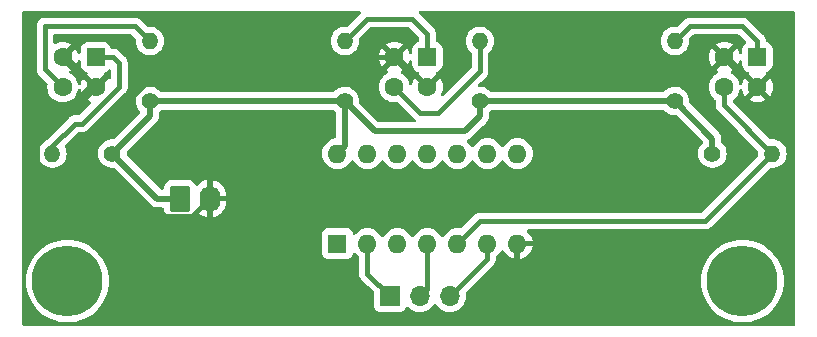
<source format=gbr>
%TF.GenerationSoftware,KiCad,Pcbnew,7.0.9*%
%TF.CreationDate,2024-02-01T16:38:21+03:00*%
%TF.ProjectId,line_sensor,6c696e65-5f73-4656-9e73-6f722e6b6963,rev?*%
%TF.SameCoordinates,Original*%
%TF.FileFunction,Copper,L2,Bot*%
%TF.FilePolarity,Positive*%
%FSLAX46Y46*%
G04 Gerber Fmt 4.6, Leading zero omitted, Abs format (unit mm)*
G04 Created by KiCad (PCBNEW 7.0.9) date 2024-02-01 16:38:21*
%MOMM*%
%LPD*%
G01*
G04 APERTURE LIST*
G04 Aperture macros list*
%AMRoundRect*
0 Rectangle with rounded corners*
0 $1 Rounding radius*
0 $2 $3 $4 $5 $6 $7 $8 $9 X,Y pos of 4 corners*
0 Add a 4 corners polygon primitive as box body*
4,1,4,$2,$3,$4,$5,$6,$7,$8,$9,$2,$3,0*
0 Add four circle primitives for the rounded corners*
1,1,$1+$1,$2,$3*
1,1,$1+$1,$4,$5*
1,1,$1+$1,$6,$7*
1,1,$1+$1,$8,$9*
0 Add four rect primitives between the rounded corners*
20,1,$1+$1,$2,$3,$4,$5,0*
20,1,$1+$1,$4,$5,$6,$7,0*
20,1,$1+$1,$6,$7,$8,$9,0*
20,1,$1+$1,$8,$9,$2,$3,0*%
G04 Aperture macros list end*
%TA.AperFunction,ComponentPad*%
%ADD10C,0.800000*%
%TD*%
%TA.AperFunction,ComponentPad*%
%ADD11C,6.000000*%
%TD*%
%TA.AperFunction,ComponentPad*%
%ADD12R,1.600000X1.600000*%
%TD*%
%TA.AperFunction,ComponentPad*%
%ADD13O,1.600000X1.600000*%
%TD*%
%TA.AperFunction,ComponentPad*%
%ADD14RoundRect,0.249600X0.550400X0.550400X-0.550400X0.550400X-0.550400X-0.550400X0.550400X-0.550400X0*%
%TD*%
%TA.AperFunction,ComponentPad*%
%ADD15C,1.600000*%
%TD*%
%TA.AperFunction,ComponentPad*%
%ADD16C,1.400000*%
%TD*%
%TA.AperFunction,ComponentPad*%
%ADD17O,1.400000X1.400000*%
%TD*%
%TA.AperFunction,ComponentPad*%
%ADD18O,1.700000X1.700000*%
%TD*%
%TA.AperFunction,ComponentPad*%
%ADD19R,1.700000X1.700000*%
%TD*%
%TA.AperFunction,ComponentPad*%
%ADD20RoundRect,0.250000X-0.620000X-0.845000X0.620000X-0.845000X0.620000X0.845000X-0.620000X0.845000X0*%
%TD*%
%TA.AperFunction,ComponentPad*%
%ADD21O,1.740000X2.190000*%
%TD*%
%TA.AperFunction,Conductor*%
%ADD22C,0.400000*%
%TD*%
%TA.AperFunction,Conductor*%
%ADD23C,0.500000*%
%TD*%
G04 APERTURE END LIST*
D10*
%TO.P,REF\u002A\u002A,1*%
%TO.N,N/C*%
X98080000Y-65405000D03*
X98739010Y-63814010D03*
X98739010Y-66995990D03*
X100330000Y-63155000D03*
D11*
X100330000Y-65405000D03*
D10*
X100330000Y-67655000D03*
X101920990Y-63814010D03*
X101920990Y-66995990D03*
X102580000Y-65405000D03*
%TD*%
D11*
%TO.P,REF\u002A\u002A,1*%
%TO.N,N/C*%
X157480000Y-65405000D03*
D10*
X159070990Y-63814010D03*
X155889010Y-66995990D03*
X159070990Y-66995990D03*
X159730000Y-65405000D03*
X157480000Y-67655000D03*
X157480000Y-63155000D03*
X155230000Y-65405000D03*
X155889010Y-63814010D03*
%TD*%
D12*
%TO.P,U4,1*%
%TO.N,Net-(U1-C)*%
X123190000Y-62230000D03*
D13*
%TO.P,U4,2*%
%TO.N,SENSORLEFT*%
X125730000Y-62230000D03*
%TO.P,U4,3*%
%TO.N,Net-(U2-C)*%
X128270000Y-62230000D03*
%TO.P,U4,4*%
%TO.N,SENSORMIDDLE*%
X130810000Y-62230000D03*
%TO.P,U4,5*%
%TO.N,Net-(U3-C)*%
X133350000Y-62230000D03*
%TO.P,U4,6*%
%TO.N,SENSORRIGHT*%
X135890000Y-62230000D03*
%TO.P,U4,7*%
%TO.N,GND*%
X138430000Y-62230000D03*
%TO.P,U4,8*%
%TO.N,N/C*%
X138430000Y-54610000D03*
%TO.P,U4,9*%
X135890000Y-54610000D03*
%TO.P,U4,10*%
X133350000Y-54610000D03*
%TO.P,U4,11*%
X130810000Y-54610000D03*
%TO.P,U4,12*%
X128270000Y-54610000D03*
%TO.P,U4,13*%
X125730000Y-54610000D03*
%TO.P,U4,14*%
%TO.N,+5V*%
X123190000Y-54610000D03*
%TD*%
D14*
%TO.P,U3,1,A*%
%TO.N,Net-(U3-A)*%
X158750000Y-46437500D03*
D15*
%TO.P,U3,2,K*%
%TO.N,GND*%
X158750000Y-48977500D03*
%TO.P,U3,3,C*%
%TO.N,Net-(U3-C)*%
X155950000Y-48977500D03*
%TO.P,U3,4,E*%
%TO.N,GND*%
X155950000Y-46437500D03*
%TD*%
D14*
%TO.P,U2,1,A*%
%TO.N,Net-(U2-A)*%
X130810000Y-46437500D03*
D15*
%TO.P,U2,2,K*%
%TO.N,GND*%
X130810000Y-48977500D03*
%TO.P,U2,3,C*%
%TO.N,Net-(U2-C)*%
X128010000Y-48977500D03*
%TO.P,U2,4,E*%
%TO.N,GND*%
X128010000Y-46437500D03*
%TD*%
%TO.P,U1,4,E*%
%TO.N,GND*%
X99940000Y-46437500D03*
%TO.P,U1,3,C*%
%TO.N,Net-(U1-C)*%
X99940000Y-48977500D03*
%TO.P,U1,2,K*%
%TO.N,GND*%
X102740000Y-48977500D03*
D14*
%TO.P,U1,1,A*%
%TO.N,Net-(U1-A)*%
X102740000Y-46437500D03*
%TD*%
D16*
%TO.P,R6,1*%
%TO.N,+5V*%
X154940000Y-54610000D03*
D17*
%TO.P,R6,2*%
%TO.N,Net-(U3-C)*%
X160020000Y-54610000D03*
%TD*%
D16*
%TO.P,R5,1*%
%TO.N,+5V*%
X151765000Y-50165000D03*
D17*
%TO.P,R5,2*%
%TO.N,Net-(U3-A)*%
X151765000Y-45085000D03*
%TD*%
D16*
%TO.P,R4,1*%
%TO.N,+5V*%
X135255000Y-50165000D03*
D17*
%TO.P,R4,2*%
%TO.N,Net-(U2-C)*%
X135255000Y-45085000D03*
%TD*%
D16*
%TO.P,R3,1*%
%TO.N,+5V*%
X123825000Y-50165000D03*
D17*
%TO.P,R3,2*%
%TO.N,Net-(U2-A)*%
X123825000Y-45085000D03*
%TD*%
D16*
%TO.P,R2,1*%
%TO.N,+5V*%
X107315000Y-50165000D03*
D17*
%TO.P,R2,2*%
%TO.N,Net-(U1-C)*%
X107315000Y-45085000D03*
%TD*%
D16*
%TO.P,R1,1*%
%TO.N,+5V*%
X104140000Y-54610000D03*
D17*
%TO.P,R1,2*%
%TO.N,Net-(U1-A)*%
X99060000Y-54610000D03*
%TD*%
D18*
%TO.P,J2,3,Pin_3*%
%TO.N,SENSORRIGHT*%
X132715000Y-66675000D03*
%TO.P,J2,2,Pin_2*%
%TO.N,SENSORMIDDLE*%
X130175000Y-66675000D03*
D19*
%TO.P,J2,1,Pin_1*%
%TO.N,SENSORLEFT*%
X127635000Y-66675000D03*
%TD*%
D20*
%TO.P,J1,1,Pin_1*%
%TO.N,+5V*%
X109855000Y-58420000D03*
D21*
%TO.P,J1,2,Pin_2*%
%TO.N,GND*%
X112395000Y-58420000D03*
%TD*%
D22*
%TO.N,GND*%
X101190000Y-59915000D02*
X103095000Y-59915000D01*
X97790000Y-53316250D02*
X97790000Y-56515000D01*
X102128750Y-48977500D02*
X97790000Y-53316250D01*
X97790000Y-56515000D02*
X101190000Y-59915000D01*
X102740000Y-48977500D02*
X102128750Y-48977500D01*
D23*
%TO.N,+5V*%
X107950000Y-58420000D02*
X109855000Y-58420000D01*
X104140000Y-54610000D02*
X107950000Y-58420000D01*
D22*
%TO.N,GND*%
X103095000Y-59915000D02*
X110900000Y-59915000D01*
X110900000Y-59915000D02*
X112395000Y-58420000D01*
X102235000Y-59055000D02*
X103095000Y-59915000D01*
%TO.N,Net-(U1-A)*%
X100965000Y-52070000D02*
X101600000Y-52070000D01*
X104222500Y-46437500D02*
X102740000Y-46437500D01*
X99060000Y-53975000D02*
X100965000Y-52070000D01*
X99060000Y-54610000D02*
X99060000Y-53975000D01*
X101600000Y-52070000D02*
X104727500Y-48942500D01*
X104727500Y-48942500D02*
X104727500Y-46942500D01*
X104727500Y-46942500D02*
X104222500Y-46437500D01*
%TO.N,GND*%
X102235000Y-53340000D02*
X102235000Y-59055000D01*
X111760000Y-43815000D02*
X102235000Y-53340000D01*
X119380000Y-43815000D02*
X111760000Y-43815000D01*
X122002500Y-46437500D02*
X119380000Y-43815000D01*
X128010000Y-46437500D02*
X122002500Y-46437500D01*
%TO.N,Net-(U2-C)*%
X135255000Y-47625000D02*
X135255000Y-45085000D01*
X131737500Y-51142500D02*
X135255000Y-47625000D01*
X130175000Y-51142500D02*
X131737500Y-51142500D01*
X128010000Y-48977500D02*
X130175000Y-51142500D01*
%TO.N,Net-(U2-A)*%
X130810000Y-44450000D02*
X130810000Y-46437500D01*
X129540000Y-43180000D02*
X130810000Y-44450000D01*
X125730000Y-43180000D02*
X129540000Y-43180000D01*
X123825000Y-45085000D02*
X125730000Y-43180000D01*
%TO.N,GND*%
X128270000Y-46437500D02*
X130810000Y-48977500D01*
X128010000Y-46437500D02*
X128270000Y-46437500D01*
%TO.N,Net-(U1-C)*%
X106045000Y-43815000D02*
X107315000Y-45085000D01*
X98425000Y-43815000D02*
X106045000Y-43815000D01*
X98425000Y-47462500D02*
X98425000Y-43815000D01*
X99940000Y-48977500D02*
X98425000Y-47462500D01*
%TO.N,GND*%
X100200000Y-46437500D02*
X102740000Y-48977500D01*
X99940000Y-46437500D02*
X100200000Y-46437500D01*
%TO.N,Net-(U3-C)*%
X135255000Y-60325000D02*
X133350000Y-62230000D01*
X154305000Y-60325000D02*
X135255000Y-60325000D01*
X160020000Y-54610000D02*
X154305000Y-60325000D01*
%TO.N,SENSORMIDDLE*%
X130810000Y-66040000D02*
X130175000Y-66675000D01*
X130810000Y-62230000D02*
X130810000Y-66040000D01*
%TO.N,SENSORRIGHT*%
X135890000Y-63500000D02*
X132715000Y-66675000D01*
X135890000Y-62230000D02*
X135890000Y-63500000D01*
%TO.N,SENSORLEFT*%
X125730000Y-64770000D02*
X127635000Y-66675000D01*
X125730000Y-62230000D02*
X125730000Y-64770000D01*
%TO.N,Net-(U3-C)*%
X155950000Y-50540000D02*
X160020000Y-54610000D01*
X155950000Y-48977500D02*
X155950000Y-50540000D01*
%TO.N,GND*%
X156210000Y-46437500D02*
X158750000Y-48977500D01*
X155950000Y-46437500D02*
X156210000Y-46437500D01*
%TO.N,Net-(U3-A)*%
X158750000Y-45085000D02*
X158750000Y-46437500D01*
X157480000Y-43815000D02*
X158750000Y-45085000D01*
X151765000Y-45085000D02*
X153035000Y-43815000D01*
X153035000Y-43815000D02*
X157480000Y-43815000D01*
D23*
%TO.N,+5V*%
X151765000Y-50165000D02*
X154940000Y-53340000D01*
X154940000Y-53340000D02*
X154940000Y-54610000D01*
X135255000Y-50165000D02*
X151765000Y-50165000D01*
X133985000Y-52705000D02*
X135255000Y-51435000D01*
X135255000Y-51435000D02*
X135255000Y-50165000D01*
X126365000Y-52705000D02*
X133985000Y-52705000D01*
X123825000Y-50165000D02*
X126365000Y-52705000D01*
X107315000Y-50165000D02*
X123825000Y-50165000D01*
X107315000Y-51435000D02*
X107315000Y-50165000D01*
X104140000Y-54610000D02*
X107315000Y-51435000D01*
X123825000Y-53975000D02*
X123190000Y-54610000D01*
X123825000Y-50165000D02*
X123825000Y-53975000D01*
%TD*%
%TA.AperFunction,Conductor*%
%TO.N,GND*%
G36*
X157029025Y-47162972D02*
G01*
X157080136Y-47089978D01*
X157176264Y-46883831D01*
X157176269Y-46883817D01*
X157205725Y-46773884D01*
X157242089Y-46714224D01*
X157304936Y-46683694D01*
X157374312Y-46691988D01*
X157428190Y-46736473D01*
X157449465Y-46803025D01*
X157449500Y-46805976D01*
X157449500Y-47037870D01*
X157449501Y-47037887D01*
X157459996Y-47140617D01*
X157515150Y-47307061D01*
X157515155Y-47307072D01*
X157607202Y-47456302D01*
X157607205Y-47456306D01*
X157731193Y-47580294D01*
X157731197Y-47580297D01*
X157880427Y-47672344D01*
X157880430Y-47672345D01*
X157880436Y-47672349D01*
X157963073Y-47699732D01*
X158020517Y-47739503D01*
X158047341Y-47804018D01*
X158035026Y-47872794D01*
X158025841Y-47883451D01*
X158024526Y-47898473D01*
X158705600Y-48579546D01*
X158624852Y-48592335D01*
X158511955Y-48649859D01*
X158422359Y-48739455D01*
X158364835Y-48852352D01*
X158352046Y-48933099D01*
X157670973Y-48252026D01*
X157670972Y-48252027D01*
X157619868Y-48325013D01*
X157523734Y-48531173D01*
X157523731Y-48531180D01*
X157470033Y-48731584D01*
X157433668Y-48791244D01*
X157370821Y-48821773D01*
X157301445Y-48813478D01*
X157247567Y-48768993D01*
X157230484Y-48731586D01*
X157176739Y-48531004D01*
X157080568Y-48324766D01*
X156950047Y-48138361D01*
X156950045Y-48138358D01*
X156789141Y-47977454D01*
X156646888Y-47877849D01*
X156602734Y-47846932D01*
X156544132Y-47819605D01*
X156491694Y-47773433D01*
X156472543Y-47706239D01*
X156492759Y-47639358D01*
X156544135Y-47594841D01*
X156602482Y-47567633D01*
X156675472Y-47516525D01*
X155994401Y-46835453D01*
X156075148Y-46822665D01*
X156188045Y-46765141D01*
X156277641Y-46675545D01*
X156335165Y-46562648D01*
X156347953Y-46481900D01*
X157029025Y-47162972D01*
G37*
%TD.AperFunction*%
%TA.AperFunction,Conductor*%
G36*
X101019025Y-47162972D02*
G01*
X101070136Y-47089978D01*
X101166264Y-46883831D01*
X101166269Y-46883817D01*
X101195725Y-46773884D01*
X101232089Y-46714224D01*
X101294936Y-46683694D01*
X101364312Y-46691988D01*
X101418190Y-46736473D01*
X101439465Y-46803025D01*
X101439500Y-46805976D01*
X101439500Y-47037870D01*
X101439501Y-47037887D01*
X101449996Y-47140617D01*
X101505150Y-47307061D01*
X101505155Y-47307072D01*
X101597202Y-47456302D01*
X101597205Y-47456306D01*
X101721193Y-47580294D01*
X101721197Y-47580297D01*
X101870427Y-47672344D01*
X101870430Y-47672345D01*
X101870436Y-47672349D01*
X101953073Y-47699732D01*
X102010517Y-47739503D01*
X102037341Y-47804018D01*
X102025026Y-47872794D01*
X102015841Y-47883451D01*
X102014526Y-47898473D01*
X102695600Y-48579546D01*
X102614852Y-48592335D01*
X102501955Y-48649859D01*
X102412359Y-48739455D01*
X102354835Y-48852352D01*
X102342046Y-48933099D01*
X101660973Y-48252026D01*
X101660972Y-48252027D01*
X101609868Y-48325013D01*
X101513734Y-48531173D01*
X101513731Y-48531180D01*
X101460033Y-48731584D01*
X101423668Y-48791244D01*
X101360821Y-48821773D01*
X101291445Y-48813478D01*
X101237567Y-48768993D01*
X101220484Y-48731586D01*
X101166739Y-48531004D01*
X101070568Y-48324766D01*
X100940047Y-48138361D01*
X100940045Y-48138358D01*
X100779141Y-47977454D01*
X100636888Y-47877849D01*
X100592734Y-47846932D01*
X100534132Y-47819605D01*
X100481694Y-47773433D01*
X100462543Y-47706239D01*
X100482759Y-47639358D01*
X100534135Y-47594841D01*
X100592482Y-47567633D01*
X100665472Y-47516525D01*
X99984400Y-46835453D01*
X100065148Y-46822665D01*
X100178045Y-46765141D01*
X100267641Y-46675545D01*
X100325165Y-46562648D01*
X100337953Y-46481900D01*
X101019025Y-47162972D01*
G37*
%TD.AperFunction*%
%TA.AperFunction,Conductor*%
G36*
X103946334Y-47495281D02*
G01*
X104002267Y-47537153D01*
X104026684Y-47602617D01*
X104027000Y-47611463D01*
X104027000Y-48155765D01*
X104007315Y-48222804D01*
X103954511Y-48268559D01*
X103885353Y-48278503D01*
X103829356Y-48252930D01*
X103819025Y-48252026D01*
X103137953Y-48933098D01*
X103125165Y-48852352D01*
X103067641Y-48739455D01*
X102978045Y-48649859D01*
X102865148Y-48592335D01*
X102784400Y-48579546D01*
X103465472Y-47898474D01*
X103463884Y-47880330D01*
X103451181Y-47864438D01*
X103443987Y-47794940D01*
X103475509Y-47732584D01*
X103526924Y-47699732D01*
X103609564Y-47672349D01*
X103758806Y-47580295D01*
X103815319Y-47523782D01*
X103876642Y-47490297D01*
X103946334Y-47495281D01*
G37*
%TD.AperFunction*%
%TA.AperFunction,Conductor*%
G36*
X125141519Y-42565185D02*
G01*
X125187274Y-42617989D01*
X125197218Y-42687147D01*
X125168193Y-42750703D01*
X125162161Y-42757181D01*
X124065531Y-43853810D01*
X124004208Y-43887295D01*
X123955070Y-43888019D01*
X123947968Y-43886691D01*
X123936243Y-43884500D01*
X123713757Y-43884500D01*
X123495060Y-43925382D01*
X123363864Y-43976207D01*
X123287601Y-44005752D01*
X123287595Y-44005754D01*
X123098439Y-44122874D01*
X123098437Y-44122876D01*
X122934020Y-44272761D01*
X122799943Y-44450308D01*
X122799938Y-44450316D01*
X122700775Y-44649461D01*
X122700769Y-44649476D01*
X122639885Y-44863462D01*
X122639884Y-44863464D01*
X122619357Y-45084999D01*
X122619357Y-45085000D01*
X122639884Y-45306535D01*
X122639885Y-45306537D01*
X122700769Y-45520523D01*
X122700775Y-45520538D01*
X122799938Y-45719683D01*
X122799943Y-45719691D01*
X122934020Y-45897238D01*
X123098437Y-46047123D01*
X123098439Y-46047125D01*
X123287595Y-46164245D01*
X123287596Y-46164245D01*
X123287599Y-46164247D01*
X123495060Y-46244618D01*
X123713757Y-46285500D01*
X123713759Y-46285500D01*
X123936241Y-46285500D01*
X123936243Y-46285500D01*
X124154940Y-46244618D01*
X124362401Y-46164247D01*
X124551562Y-46047124D01*
X124715981Y-45897236D01*
X124850058Y-45719689D01*
X124949229Y-45520528D01*
X125010115Y-45306536D01*
X125030643Y-45085000D01*
X125017781Y-44946203D01*
X125031196Y-44877637D01*
X125053568Y-44847087D01*
X125983838Y-43916819D01*
X126045161Y-43883334D01*
X126071519Y-43880500D01*
X129198481Y-43880500D01*
X129265520Y-43900185D01*
X129286162Y-43916819D01*
X130073181Y-44703838D01*
X130106666Y-44765161D01*
X130109500Y-44791519D01*
X130109500Y-45057087D01*
X130089815Y-45124126D01*
X130037011Y-45169881D01*
X130024505Y-45174793D01*
X129940436Y-45202651D01*
X129940427Y-45202655D01*
X129791197Y-45294702D01*
X129791193Y-45294705D01*
X129667205Y-45418693D01*
X129667202Y-45418697D01*
X129575155Y-45567927D01*
X129575150Y-45567938D01*
X129519995Y-45734387D01*
X129509500Y-45837113D01*
X129509500Y-46069020D01*
X129489815Y-46136059D01*
X129437011Y-46181814D01*
X129367853Y-46191758D01*
X129304297Y-46162733D01*
X129266523Y-46103955D01*
X129265725Y-46101113D01*
X129236269Y-45991182D01*
X129236265Y-45991173D01*
X129140133Y-45785016D01*
X129140131Y-45785012D01*
X129089026Y-45712026D01*
X129089025Y-45712026D01*
X128407953Y-46393098D01*
X128395165Y-46312352D01*
X128337641Y-46199455D01*
X128248045Y-46109859D01*
X128135148Y-46052335D01*
X128054400Y-46039546D01*
X128735472Y-45358474D01*
X128735471Y-45358473D01*
X128662483Y-45307366D01*
X128662481Y-45307365D01*
X128456326Y-45211234D01*
X128456317Y-45211230D01*
X128236610Y-45152360D01*
X128236599Y-45152358D01*
X128010002Y-45132534D01*
X128009998Y-45132534D01*
X127783400Y-45152358D01*
X127783389Y-45152360D01*
X127563682Y-45211230D01*
X127563673Y-45211234D01*
X127357513Y-45307368D01*
X127284527Y-45358472D01*
X127284526Y-45358473D01*
X127965600Y-46039546D01*
X127884852Y-46052335D01*
X127771955Y-46109859D01*
X127682359Y-46199455D01*
X127624835Y-46312352D01*
X127612046Y-46393099D01*
X126930973Y-45712026D01*
X126930972Y-45712027D01*
X126879868Y-45785013D01*
X126783734Y-45991173D01*
X126783730Y-45991182D01*
X126724860Y-46210889D01*
X126724858Y-46210900D01*
X126705034Y-46437497D01*
X126705034Y-46437502D01*
X126724858Y-46664099D01*
X126724860Y-46664110D01*
X126783730Y-46883817D01*
X126783734Y-46883826D01*
X126879865Y-47089981D01*
X126879866Y-47089983D01*
X126930973Y-47162971D01*
X126930974Y-47162972D01*
X127612046Y-46481899D01*
X127624835Y-46562648D01*
X127682359Y-46675545D01*
X127771955Y-46765141D01*
X127884852Y-46822665D01*
X127965599Y-46835453D01*
X127284526Y-47516525D01*
X127284526Y-47516526D01*
X127357512Y-47567631D01*
X127357520Y-47567635D01*
X127415865Y-47594842D01*
X127468305Y-47641014D01*
X127487457Y-47708207D01*
X127467242Y-47775089D01*
X127415867Y-47819605D01*
X127383000Y-47834932D01*
X127357264Y-47846933D01*
X127170858Y-47977454D01*
X127009954Y-48138358D01*
X126879432Y-48324765D01*
X126879431Y-48324767D01*
X126783261Y-48531002D01*
X126783258Y-48531011D01*
X126724366Y-48750802D01*
X126724364Y-48750813D01*
X126704532Y-48977498D01*
X126704532Y-48977501D01*
X126724364Y-49204186D01*
X126724366Y-49204197D01*
X126783258Y-49423988D01*
X126783261Y-49423997D01*
X126879431Y-49630232D01*
X126879432Y-49630234D01*
X127009954Y-49816641D01*
X127170858Y-49977545D01*
X127170861Y-49977547D01*
X127357266Y-50108068D01*
X127563504Y-50204239D01*
X127563509Y-50204240D01*
X127563511Y-50204241D01*
X127616415Y-50218416D01*
X127783308Y-50263135D01*
X127940380Y-50276877D01*
X128009998Y-50282968D01*
X128010000Y-50282968D01*
X128010001Y-50282968D01*
X128028304Y-50281366D01*
X128236692Y-50263135D01*
X128236697Y-50263133D01*
X128241881Y-50262680D01*
X128310381Y-50276446D01*
X128340370Y-50298527D01*
X129663399Y-51621556D01*
X129665935Y-51624250D01*
X129707071Y-51670683D01*
X129730225Y-51686665D01*
X129758110Y-51705913D01*
X129761127Y-51708133D01*
X129792726Y-51732889D01*
X129833359Y-51789728D01*
X129836812Y-51859512D01*
X129801989Y-51920085D01*
X129739945Y-51952216D01*
X129716254Y-51954500D01*
X126727229Y-51954500D01*
X126660190Y-51934815D01*
X126639548Y-51918181D01*
X125059568Y-50338201D01*
X125026083Y-50276878D01*
X125023778Y-50239078D01*
X125023990Y-50236797D01*
X125030643Y-50165000D01*
X125025367Y-50108067D01*
X125010115Y-49943464D01*
X125010114Y-49943462D01*
X124974030Y-49816641D01*
X124949229Y-49729472D01*
X124943265Y-49717494D01*
X124850061Y-49530316D01*
X124850056Y-49530308D01*
X124715979Y-49352761D01*
X124551562Y-49202876D01*
X124551560Y-49202874D01*
X124362404Y-49085754D01*
X124362398Y-49085752D01*
X124154940Y-49005382D01*
X123936243Y-48964500D01*
X123713757Y-48964500D01*
X123495060Y-49005382D01*
X123397469Y-49043189D01*
X123287601Y-49085752D01*
X123287595Y-49085754D01*
X123098439Y-49202874D01*
X123098437Y-49202876D01*
X122934021Y-49352760D01*
X122924606Y-49365229D01*
X122868496Y-49406864D01*
X122825653Y-49414500D01*
X108314347Y-49414500D01*
X108247308Y-49394815D01*
X108215394Y-49365229D01*
X108205978Y-49352760D01*
X108041562Y-49202876D01*
X108041560Y-49202874D01*
X107852404Y-49085754D01*
X107852398Y-49085752D01*
X107644940Y-49005382D01*
X107426243Y-48964500D01*
X107203757Y-48964500D01*
X106985060Y-49005382D01*
X106887469Y-49043189D01*
X106777601Y-49085752D01*
X106777595Y-49085754D01*
X106588439Y-49202874D01*
X106588437Y-49202876D01*
X106424020Y-49352761D01*
X106289943Y-49530308D01*
X106289938Y-49530316D01*
X106190775Y-49729461D01*
X106190769Y-49729476D01*
X106129885Y-49943462D01*
X106129884Y-49943464D01*
X106109357Y-50164999D01*
X106109357Y-50165000D01*
X106129884Y-50386535D01*
X106129885Y-50386537D01*
X106190769Y-50600523D01*
X106190775Y-50600538D01*
X106289938Y-50799683D01*
X106289943Y-50799691D01*
X106369512Y-50905057D01*
X106424019Y-50977236D01*
X106478378Y-51026791D01*
X106514660Y-51086501D01*
X106512901Y-51156348D01*
X106482522Y-51206109D01*
X104315450Y-53373181D01*
X104254127Y-53406666D01*
X104227769Y-53409500D01*
X104028757Y-53409500D01*
X103810060Y-53450382D01*
X103733006Y-53480233D01*
X103602601Y-53530752D01*
X103602595Y-53530754D01*
X103413439Y-53647874D01*
X103413437Y-53647876D01*
X103249020Y-53797761D01*
X103114943Y-53975308D01*
X103114938Y-53975316D01*
X103015775Y-54174461D01*
X103015769Y-54174476D01*
X102954885Y-54388462D01*
X102954884Y-54388464D01*
X102934357Y-54609999D01*
X102934357Y-54610000D01*
X102954884Y-54831535D01*
X102954885Y-54831537D01*
X103015769Y-55045523D01*
X103015775Y-55045538D01*
X103114938Y-55244683D01*
X103114943Y-55244691D01*
X103249020Y-55422238D01*
X103413437Y-55572123D01*
X103413439Y-55572125D01*
X103602595Y-55689245D01*
X103602596Y-55689245D01*
X103602599Y-55689247D01*
X103810060Y-55769618D01*
X104028757Y-55810500D01*
X104028759Y-55810500D01*
X104227770Y-55810500D01*
X104294809Y-55830185D01*
X104315451Y-55846819D01*
X107374267Y-58905634D01*
X107386048Y-58919266D01*
X107400390Y-58938530D01*
X107440420Y-58972119D01*
X107444392Y-58975759D01*
X107450224Y-58981591D01*
X107450227Y-58981594D01*
X107475947Y-59001931D01*
X107534788Y-59051304D01*
X107540818Y-59055270D01*
X107540785Y-59055319D01*
X107547143Y-59059369D01*
X107547175Y-59059319D01*
X107553320Y-59063109D01*
X107553323Y-59063111D01*
X107622936Y-59095572D01*
X107691567Y-59130040D01*
X107691572Y-59130041D01*
X107698361Y-59132513D01*
X107698340Y-59132570D01*
X107705455Y-59135043D01*
X107705475Y-59134986D01*
X107712330Y-59137258D01*
X107787558Y-59152790D01*
X107862279Y-59170500D01*
X107862289Y-59170500D01*
X107869452Y-59171338D01*
X107869444Y-59171397D01*
X107876945Y-59172164D01*
X107876951Y-59172105D01*
X107884140Y-59172734D01*
X107884144Y-59172733D01*
X107884145Y-59172734D01*
X107960918Y-59170500D01*
X108360501Y-59170500D01*
X108427540Y-59190185D01*
X108473295Y-59242989D01*
X108484501Y-59294500D01*
X108484501Y-59315018D01*
X108495000Y-59417796D01*
X108495001Y-59417799D01*
X108525548Y-59509983D01*
X108550186Y-59584334D01*
X108642288Y-59733656D01*
X108766344Y-59857712D01*
X108915666Y-59949814D01*
X109082203Y-60004999D01*
X109184991Y-60015500D01*
X110525008Y-60015499D01*
X110627797Y-60004999D01*
X110794334Y-59949814D01*
X110943656Y-59857712D01*
X111067712Y-59733656D01*
X111159814Y-59584334D01*
X111159817Y-59584322D01*
X111161095Y-59581584D01*
X111162480Y-59580010D01*
X111163605Y-59578187D01*
X111163916Y-59578379D01*
X111207263Y-59529141D01*
X111274455Y-59509983D01*
X111341338Y-59530193D01*
X111363005Y-59548179D01*
X111486603Y-59677139D01*
X111486604Y-59677140D01*
X111674097Y-59815810D01*
X111882338Y-59920803D01*
X112105330Y-59989093D01*
X112105328Y-59989093D01*
X112144999Y-59994173D01*
X112145000Y-59994173D01*
X112145000Y-58960469D01*
X112239674Y-58999685D01*
X112356003Y-59015000D01*
X112433997Y-59015000D01*
X112550326Y-58999685D01*
X112645000Y-58960469D01*
X112645000Y-59992574D01*
X112797618Y-59959683D01*
X112797619Y-59959683D01*
X113014005Y-59872732D01*
X113212592Y-59750458D01*
X113387656Y-59596382D01*
X113387660Y-59596378D01*
X113534157Y-59414945D01*
X113534161Y-59414939D01*
X113647895Y-59211346D01*
X113725585Y-58991461D01*
X113725587Y-58991453D01*
X113764999Y-58761612D01*
X113765000Y-58761603D01*
X113765000Y-58670000D01*
X112935470Y-58670000D01*
X112974685Y-58575326D01*
X112995134Y-58420000D01*
X112974685Y-58264674D01*
X112935470Y-58170000D01*
X113765000Y-58170000D01*
X113765000Y-58136799D01*
X113750177Y-57962636D01*
X113691412Y-57736948D01*
X113595356Y-57524447D01*
X113595351Y-57524439D01*
X113464764Y-57331228D01*
X113303396Y-57162860D01*
X113303395Y-57162859D01*
X113115902Y-57024189D01*
X112907661Y-56919196D01*
X112684675Y-56850907D01*
X112684669Y-56850906D01*
X112645000Y-56845825D01*
X112645000Y-57879530D01*
X112550326Y-57840315D01*
X112433997Y-57825000D01*
X112356003Y-57825000D01*
X112239674Y-57840315D01*
X112145000Y-57879530D01*
X112145000Y-56847424D01*
X112144999Y-56847424D01*
X111992380Y-56880316D01*
X111992379Y-56880316D01*
X111775994Y-56967267D01*
X111577407Y-57089541D01*
X111402343Y-57243617D01*
X111369899Y-57283798D01*
X111312468Y-57323590D01*
X111242640Y-57326015D01*
X111182586Y-57290304D01*
X111161036Y-57258290D01*
X111159816Y-57255674D01*
X111159814Y-57255666D01*
X111067712Y-57106344D01*
X110943656Y-56982288D01*
X110794334Y-56890186D01*
X110627797Y-56835001D01*
X110627795Y-56835000D01*
X110525010Y-56824500D01*
X109184998Y-56824500D01*
X109184981Y-56824501D01*
X109082203Y-56835000D01*
X109082200Y-56835001D01*
X108915668Y-56890185D01*
X108915663Y-56890187D01*
X108766342Y-56982289D01*
X108642289Y-57106342D01*
X108550187Y-57255663D01*
X108550186Y-57255666D01*
X108495001Y-57422203D01*
X108495001Y-57422204D01*
X108495000Y-57422204D01*
X108484500Y-57524983D01*
X108484500Y-57545500D01*
X108464815Y-57612539D01*
X108412011Y-57658294D01*
X108360500Y-57669500D01*
X108312229Y-57669500D01*
X108245190Y-57649815D01*
X108224548Y-57633181D01*
X105374568Y-54783201D01*
X105341083Y-54721878D01*
X105338778Y-54684078D01*
X105345643Y-54610000D01*
X105338778Y-54535920D01*
X105352193Y-54467351D01*
X105374565Y-54436801D01*
X107800642Y-52010724D01*
X107814271Y-51998947D01*
X107833530Y-51984610D01*
X107867101Y-51944601D01*
X107870761Y-51940606D01*
X107876590Y-51934778D01*
X107896941Y-51909039D01*
X107902948Y-51901879D01*
X107946302Y-51850214D01*
X107946306Y-51850205D01*
X107950274Y-51844175D01*
X107950325Y-51844208D01*
X107954372Y-51837856D01*
X107954320Y-51837824D01*
X107958112Y-51831675D01*
X107990575Y-51762058D01*
X108025036Y-51693440D01*
X108025040Y-51693433D01*
X108025042Y-51693421D01*
X108027509Y-51686646D01*
X108027567Y-51686667D01*
X108030043Y-51679546D01*
X108029986Y-51679528D01*
X108032257Y-51672673D01*
X108047792Y-51597434D01*
X108049971Y-51588240D01*
X108065500Y-51522721D01*
X108065500Y-51522710D01*
X108066338Y-51515548D01*
X108066398Y-51515555D01*
X108067164Y-51508055D01*
X108067105Y-51508050D01*
X108067734Y-51500860D01*
X108065500Y-51424083D01*
X108065500Y-51160052D01*
X108085185Y-51093013D01*
X108105957Y-51068418D01*
X108205981Y-50977236D01*
X108215394Y-50964770D01*
X108271504Y-50923136D01*
X108314347Y-50915500D01*
X122825653Y-50915500D01*
X122892692Y-50935185D01*
X122924605Y-50964770D01*
X122934019Y-50977236D01*
X123034039Y-51068416D01*
X123070319Y-51128126D01*
X123074500Y-51160052D01*
X123074500Y-53201012D01*
X123054815Y-53268051D01*
X123002011Y-53313806D01*
X122968499Y-53322644D01*
X122968637Y-53323426D01*
X122963302Y-53324366D01*
X122743511Y-53383258D01*
X122743502Y-53383261D01*
X122537267Y-53479431D01*
X122537265Y-53479432D01*
X122350858Y-53609954D01*
X122189954Y-53770858D01*
X122059432Y-53957265D01*
X122059431Y-53957267D01*
X121963261Y-54163502D01*
X121963258Y-54163511D01*
X121904366Y-54383302D01*
X121904364Y-54383313D01*
X121884532Y-54609998D01*
X121884532Y-54610001D01*
X121904364Y-54836686D01*
X121904366Y-54836697D01*
X121963258Y-55056488D01*
X121963261Y-55056497D01*
X122059431Y-55262732D01*
X122059432Y-55262734D01*
X122189954Y-55449141D01*
X122350858Y-55610045D01*
X122350861Y-55610047D01*
X122537266Y-55740568D01*
X122743504Y-55836739D01*
X122963308Y-55895635D01*
X123125230Y-55909801D01*
X123189998Y-55915468D01*
X123190000Y-55915468D01*
X123190002Y-55915468D01*
X123246673Y-55910509D01*
X123416692Y-55895635D01*
X123636496Y-55836739D01*
X123842734Y-55740568D01*
X124029139Y-55610047D01*
X124190047Y-55449139D01*
X124320568Y-55262734D01*
X124347618Y-55204724D01*
X124393790Y-55152285D01*
X124460983Y-55133133D01*
X124527865Y-55153348D01*
X124572382Y-55204725D01*
X124599429Y-55262728D01*
X124599432Y-55262734D01*
X124729954Y-55449141D01*
X124890858Y-55610045D01*
X124890861Y-55610047D01*
X125077266Y-55740568D01*
X125283504Y-55836739D01*
X125503308Y-55895635D01*
X125665230Y-55909801D01*
X125729998Y-55915468D01*
X125730000Y-55915468D01*
X125730002Y-55915468D01*
X125786673Y-55910509D01*
X125956692Y-55895635D01*
X126176496Y-55836739D01*
X126382734Y-55740568D01*
X126569139Y-55610047D01*
X126730047Y-55449139D01*
X126860568Y-55262734D01*
X126887618Y-55204724D01*
X126933790Y-55152285D01*
X127000983Y-55133133D01*
X127067865Y-55153348D01*
X127112382Y-55204725D01*
X127139429Y-55262728D01*
X127139432Y-55262734D01*
X127269954Y-55449141D01*
X127430858Y-55610045D01*
X127430861Y-55610047D01*
X127617266Y-55740568D01*
X127823504Y-55836739D01*
X128043308Y-55895635D01*
X128205230Y-55909801D01*
X128269998Y-55915468D01*
X128270000Y-55915468D01*
X128270002Y-55915468D01*
X128326673Y-55910509D01*
X128496692Y-55895635D01*
X128716496Y-55836739D01*
X128922734Y-55740568D01*
X129109139Y-55610047D01*
X129270047Y-55449139D01*
X129400568Y-55262734D01*
X129427618Y-55204724D01*
X129473790Y-55152285D01*
X129540983Y-55133133D01*
X129607865Y-55153348D01*
X129652382Y-55204725D01*
X129679429Y-55262728D01*
X129679432Y-55262734D01*
X129809954Y-55449141D01*
X129970858Y-55610045D01*
X129970861Y-55610047D01*
X130157266Y-55740568D01*
X130363504Y-55836739D01*
X130583308Y-55895635D01*
X130745230Y-55909801D01*
X130809998Y-55915468D01*
X130810000Y-55915468D01*
X130810002Y-55915468D01*
X130866673Y-55910509D01*
X131036692Y-55895635D01*
X131256496Y-55836739D01*
X131462734Y-55740568D01*
X131649139Y-55610047D01*
X131810047Y-55449139D01*
X131940568Y-55262734D01*
X131967618Y-55204724D01*
X132013790Y-55152285D01*
X132080983Y-55133133D01*
X132147865Y-55153348D01*
X132192382Y-55204725D01*
X132219429Y-55262728D01*
X132219432Y-55262734D01*
X132349954Y-55449141D01*
X132510858Y-55610045D01*
X132510861Y-55610047D01*
X132697266Y-55740568D01*
X132903504Y-55836739D01*
X133123308Y-55895635D01*
X133285230Y-55909801D01*
X133349998Y-55915468D01*
X133350000Y-55915468D01*
X133350002Y-55915468D01*
X133406673Y-55910509D01*
X133576692Y-55895635D01*
X133796496Y-55836739D01*
X134002734Y-55740568D01*
X134189139Y-55610047D01*
X134350047Y-55449139D01*
X134480568Y-55262734D01*
X134507618Y-55204724D01*
X134553790Y-55152285D01*
X134620983Y-55133133D01*
X134687865Y-55153348D01*
X134732382Y-55204725D01*
X134759429Y-55262728D01*
X134759432Y-55262734D01*
X134889954Y-55449141D01*
X135050858Y-55610045D01*
X135050861Y-55610047D01*
X135237266Y-55740568D01*
X135443504Y-55836739D01*
X135663308Y-55895635D01*
X135825230Y-55909801D01*
X135889998Y-55915468D01*
X135890000Y-55915468D01*
X135890002Y-55915468D01*
X135946673Y-55910509D01*
X136116692Y-55895635D01*
X136336496Y-55836739D01*
X136542734Y-55740568D01*
X136729139Y-55610047D01*
X136890047Y-55449139D01*
X137020568Y-55262734D01*
X137047618Y-55204724D01*
X137093790Y-55152285D01*
X137160983Y-55133133D01*
X137227865Y-55153348D01*
X137272382Y-55204725D01*
X137299429Y-55262728D01*
X137299432Y-55262734D01*
X137429954Y-55449141D01*
X137590858Y-55610045D01*
X137590861Y-55610047D01*
X137777266Y-55740568D01*
X137983504Y-55836739D01*
X138203308Y-55895635D01*
X138365230Y-55909801D01*
X138429998Y-55915468D01*
X138430000Y-55915468D01*
X138430002Y-55915468D01*
X138486673Y-55910509D01*
X138656692Y-55895635D01*
X138876496Y-55836739D01*
X139082734Y-55740568D01*
X139269139Y-55610047D01*
X139430047Y-55449139D01*
X139560568Y-55262734D01*
X139656739Y-55056496D01*
X139715635Y-54836692D01*
X139735468Y-54610000D01*
X139715635Y-54383308D01*
X139656739Y-54163504D01*
X139560568Y-53957266D01*
X139430047Y-53770861D01*
X139430045Y-53770858D01*
X139269141Y-53609954D01*
X139082734Y-53479432D01*
X139082732Y-53479431D01*
X138876497Y-53383261D01*
X138876488Y-53383258D01*
X138656697Y-53324366D01*
X138656693Y-53324365D01*
X138656692Y-53324365D01*
X138656691Y-53324364D01*
X138656686Y-53324364D01*
X138430002Y-53304532D01*
X138429998Y-53304532D01*
X138203313Y-53324364D01*
X138203302Y-53324366D01*
X137983511Y-53383258D01*
X137983502Y-53383261D01*
X137777267Y-53479431D01*
X137777265Y-53479432D01*
X137590858Y-53609954D01*
X137429954Y-53770858D01*
X137299432Y-53957265D01*
X137299431Y-53957267D01*
X137291019Y-53975308D01*
X137276720Y-54005973D01*
X137272382Y-54015275D01*
X137226209Y-54067714D01*
X137159016Y-54086866D01*
X137092135Y-54066650D01*
X137047618Y-54015275D01*
X137020568Y-53957266D01*
X136890047Y-53770861D01*
X136890045Y-53770858D01*
X136729141Y-53609954D01*
X136542734Y-53479432D01*
X136542732Y-53479431D01*
X136336497Y-53383261D01*
X136336488Y-53383258D01*
X136116697Y-53324366D01*
X136116693Y-53324365D01*
X136116692Y-53324365D01*
X136116691Y-53324364D01*
X136116686Y-53324364D01*
X135890002Y-53304532D01*
X135889998Y-53304532D01*
X135663313Y-53324364D01*
X135663302Y-53324366D01*
X135443511Y-53383258D01*
X135443502Y-53383261D01*
X135237267Y-53479431D01*
X135237265Y-53479432D01*
X135050858Y-53609954D01*
X134889954Y-53770858D01*
X134759432Y-53957265D01*
X134759431Y-53957267D01*
X134751019Y-53975308D01*
X134736720Y-54005973D01*
X134732382Y-54015275D01*
X134686209Y-54067714D01*
X134619016Y-54086866D01*
X134552135Y-54066650D01*
X134507618Y-54015275D01*
X134480568Y-53957266D01*
X134350047Y-53770861D01*
X134350045Y-53770858D01*
X134194615Y-53615428D01*
X134161130Y-53554105D01*
X134166114Y-53484413D01*
X134207986Y-53428480D01*
X134243292Y-53410041D01*
X134253477Y-53406666D01*
X134304334Y-53389814D01*
X134304343Y-53389808D01*
X134310882Y-53386760D01*
X134310908Y-53386816D01*
X134317690Y-53383532D01*
X134317663Y-53383478D01*
X134324106Y-53380240D01*
X134324117Y-53380237D01*
X134388283Y-53338034D01*
X134453656Y-53297712D01*
X134453662Y-53297705D01*
X134459325Y-53293229D01*
X134459362Y-53293277D01*
X134465204Y-53288518D01*
X134465164Y-53288471D01*
X134470686Y-53283836D01*
X134470696Y-53283830D01*
X134494261Y-53258852D01*
X134523386Y-53227982D01*
X135475137Y-52276229D01*
X135740638Y-52010727D01*
X135754267Y-51998950D01*
X135754271Y-51998947D01*
X135773530Y-51984610D01*
X135773532Y-51984606D01*
X135773534Y-51984606D01*
X135800711Y-51952216D01*
X135807113Y-51944585D01*
X135810767Y-51940599D01*
X135816589Y-51934778D01*
X135836928Y-51909054D01*
X135859620Y-51882011D01*
X135886302Y-51850214D01*
X135886304Y-51850209D01*
X135890272Y-51844179D01*
X135890323Y-51844212D01*
X135894369Y-51837860D01*
X135894317Y-51837828D01*
X135898109Y-51831679D01*
X135898111Y-51831677D01*
X135930569Y-51762069D01*
X135965040Y-51693433D01*
X135965043Y-51693417D01*
X135967510Y-51686644D01*
X135967568Y-51686665D01*
X135970043Y-51679546D01*
X135969985Y-51679527D01*
X135972256Y-51672672D01*
X135982251Y-51624267D01*
X135987784Y-51597467D01*
X136005500Y-51522721D01*
X136005500Y-51522720D01*
X136006339Y-51515548D01*
X136006397Y-51515554D01*
X136007164Y-51508056D01*
X136007104Y-51508051D01*
X136007733Y-51500860D01*
X136005500Y-51424103D01*
X136005500Y-51160052D01*
X136025185Y-51093013D01*
X136045957Y-51068418D01*
X136145981Y-50977236D01*
X136155394Y-50964770D01*
X136211504Y-50923136D01*
X136254347Y-50915500D01*
X150765653Y-50915500D01*
X150832692Y-50935185D01*
X150864606Y-50964771D01*
X150874021Y-50977239D01*
X151038437Y-51127123D01*
X151038439Y-51127125D01*
X151227595Y-51244245D01*
X151227596Y-51244245D01*
X151227599Y-51244247D01*
X151435060Y-51324618D01*
X151653757Y-51365500D01*
X151653759Y-51365500D01*
X151852770Y-51365500D01*
X151919809Y-51385185D01*
X151940451Y-51401819D01*
X154107521Y-53568889D01*
X154141006Y-53630212D01*
X154136022Y-53699904D01*
X154103380Y-53748206D01*
X154049021Y-53797762D01*
X153914943Y-53975308D01*
X153914938Y-53975316D01*
X153815775Y-54174461D01*
X153815769Y-54174476D01*
X153754885Y-54388462D01*
X153754884Y-54388464D01*
X153734357Y-54609999D01*
X153734357Y-54610000D01*
X153754884Y-54831535D01*
X153754885Y-54831537D01*
X153815769Y-55045523D01*
X153815775Y-55045538D01*
X153914938Y-55244683D01*
X153914943Y-55244691D01*
X154049020Y-55422238D01*
X154213437Y-55572123D01*
X154213439Y-55572125D01*
X154402595Y-55689245D01*
X154402596Y-55689245D01*
X154402599Y-55689247D01*
X154610060Y-55769618D01*
X154828757Y-55810500D01*
X154828759Y-55810500D01*
X155051241Y-55810500D01*
X155051243Y-55810500D01*
X155269940Y-55769618D01*
X155477401Y-55689247D01*
X155666562Y-55572124D01*
X155830981Y-55422236D01*
X155965058Y-55244689D01*
X156064229Y-55045528D01*
X156125115Y-54831536D01*
X156145643Y-54610000D01*
X156125115Y-54388464D01*
X156064229Y-54174472D01*
X156064224Y-54174461D01*
X155965061Y-53975316D01*
X155965056Y-53975308D01*
X155899916Y-53889049D01*
X155830981Y-53797764D01*
X155830978Y-53797761D01*
X155830974Y-53797757D01*
X155730962Y-53706584D01*
X155694680Y-53646873D01*
X155690500Y-53614947D01*
X155690500Y-53403705D01*
X155691809Y-53385735D01*
X155693648Y-53373181D01*
X155695289Y-53361977D01*
X155693194Y-53338034D01*
X155690736Y-53309934D01*
X155690500Y-53304528D01*
X155690500Y-53296297D01*
X155690500Y-53296291D01*
X155686693Y-53263724D01*
X155679999Y-53187203D01*
X155679999Y-53187201D01*
X155678539Y-53180129D01*
X155678597Y-53180116D01*
X155676965Y-53172757D01*
X155676906Y-53172772D01*
X155675241Y-53165751D01*
X155675241Y-53165745D01*
X155648974Y-53093576D01*
X155624814Y-53020666D01*
X155624813Y-53020665D01*
X155624813Y-53020663D01*
X155621764Y-53014124D01*
X155621817Y-53014099D01*
X155618531Y-53007311D01*
X155618479Y-53007338D01*
X155615236Y-53000882D01*
X155573034Y-52936716D01*
X155532714Y-52871347D01*
X155528234Y-52865681D01*
X155528280Y-52865643D01*
X155523519Y-52859799D01*
X155523474Y-52859838D01*
X155518834Y-52854308D01*
X155462982Y-52801613D01*
X152999568Y-50338200D01*
X152966083Y-50276877D01*
X152963778Y-50239077D01*
X152963990Y-50236797D01*
X152970643Y-50165000D01*
X152965367Y-50108067D01*
X152950115Y-49943464D01*
X152950114Y-49943462D01*
X152914030Y-49816641D01*
X152889229Y-49729472D01*
X152883265Y-49717494D01*
X152790061Y-49530316D01*
X152790056Y-49530308D01*
X152655979Y-49352761D01*
X152491562Y-49202876D01*
X152491560Y-49202874D01*
X152302404Y-49085754D01*
X152302398Y-49085752D01*
X152094940Y-49005382D01*
X151876243Y-48964500D01*
X151653757Y-48964500D01*
X151435060Y-49005382D01*
X151337469Y-49043189D01*
X151227601Y-49085752D01*
X151227595Y-49085754D01*
X151038439Y-49202874D01*
X151038437Y-49202876D01*
X150874021Y-49352760D01*
X150864606Y-49365229D01*
X150808496Y-49406864D01*
X150765653Y-49414500D01*
X136254347Y-49414500D01*
X136187308Y-49394815D01*
X136155394Y-49365229D01*
X136145978Y-49352760D01*
X135981562Y-49202876D01*
X135981560Y-49202874D01*
X135792404Y-49085754D01*
X135792398Y-49085752D01*
X135584940Y-49005382D01*
X135366243Y-48964500D01*
X135205518Y-48964500D01*
X135138479Y-48944815D01*
X135092724Y-48892011D01*
X135082780Y-48822853D01*
X135111805Y-48759297D01*
X135117837Y-48752819D01*
X135339654Y-48531002D01*
X135734056Y-48136599D01*
X135736748Y-48134065D01*
X135783183Y-48092929D01*
X135818436Y-48041855D01*
X135820613Y-48038896D01*
X135858878Y-47990057D01*
X135863037Y-47980815D01*
X135874062Y-47961268D01*
X135879818Y-47952930D01*
X135901820Y-47894912D01*
X135903235Y-47891495D01*
X135928694Y-47834932D01*
X135930520Y-47824965D01*
X135936548Y-47803340D01*
X135940140Y-47793872D01*
X135946924Y-47737999D01*
X135947615Y-47732309D01*
X135948179Y-47728605D01*
X135952456Y-47705258D01*
X135959357Y-47667606D01*
X135957648Y-47639358D01*
X135955613Y-47605707D01*
X135955500Y-47601963D01*
X135955500Y-46125634D01*
X135975185Y-46058595D01*
X135995962Y-46033997D01*
X136145979Y-45897238D01*
X136164266Y-45873023D01*
X136280058Y-45719689D01*
X136379229Y-45520528D01*
X136440115Y-45306536D01*
X136460643Y-45085000D01*
X136440115Y-44863464D01*
X136379229Y-44649472D01*
X136374264Y-44639500D01*
X136280061Y-44450316D01*
X136280056Y-44450308D01*
X136145979Y-44272761D01*
X135981562Y-44122876D01*
X135981560Y-44122874D01*
X135792404Y-44005754D01*
X135792398Y-44005752D01*
X135584940Y-43925382D01*
X135366243Y-43884500D01*
X135143757Y-43884500D01*
X134925060Y-43925382D01*
X134793864Y-43976207D01*
X134717601Y-44005752D01*
X134717595Y-44005754D01*
X134528439Y-44122874D01*
X134528437Y-44122876D01*
X134364020Y-44272761D01*
X134229943Y-44450308D01*
X134229938Y-44450316D01*
X134130775Y-44649461D01*
X134130769Y-44649476D01*
X134069885Y-44863462D01*
X134069884Y-44863464D01*
X134049357Y-45084999D01*
X134049357Y-45085000D01*
X134069884Y-45306535D01*
X134069885Y-45306537D01*
X134130769Y-45520523D01*
X134130775Y-45520538D01*
X134229938Y-45719683D01*
X134229943Y-45719691D01*
X134364020Y-45897238D01*
X134514038Y-46033997D01*
X134550320Y-46093708D01*
X134554500Y-46125634D01*
X134554500Y-47283481D01*
X134534815Y-47350520D01*
X134518181Y-47371162D01*
X132158477Y-49730865D01*
X132097154Y-49764350D01*
X132027462Y-49759366D01*
X131971529Y-49717494D01*
X131947112Y-49652030D01*
X131958414Y-49590779D01*
X132036266Y-49423826D01*
X132036269Y-49423817D01*
X132095139Y-49204110D01*
X132095141Y-49204099D01*
X132114966Y-48977502D01*
X132114966Y-48977497D01*
X132095141Y-48750900D01*
X132095139Y-48750889D01*
X132036269Y-48531182D01*
X132036265Y-48531173D01*
X131940133Y-48325016D01*
X131940131Y-48325012D01*
X131889025Y-48252026D01*
X131207953Y-48933098D01*
X131195165Y-48852352D01*
X131137641Y-48739455D01*
X131048045Y-48649859D01*
X130935148Y-48592335D01*
X130854400Y-48579546D01*
X131535472Y-47898474D01*
X131533884Y-47880330D01*
X131521181Y-47864438D01*
X131513987Y-47794940D01*
X131545509Y-47732584D01*
X131596924Y-47699732D01*
X131679564Y-47672349D01*
X131828806Y-47580295D01*
X131952795Y-47456306D01*
X132044849Y-47307064D01*
X132100004Y-47140616D01*
X132110500Y-47037879D01*
X132110499Y-45837122D01*
X132100004Y-45734384D01*
X132044849Y-45567936D01*
X132044845Y-45567930D01*
X132044844Y-45567927D01*
X131952797Y-45418697D01*
X131952794Y-45418693D01*
X131828806Y-45294705D01*
X131828802Y-45294702D01*
X131679572Y-45202655D01*
X131679566Y-45202652D01*
X131679564Y-45202651D01*
X131636180Y-45188275D01*
X131595495Y-45174793D01*
X131538050Y-45135019D01*
X131511228Y-45070503D01*
X131510500Y-45057087D01*
X131510500Y-44473035D01*
X131510613Y-44469290D01*
X131514357Y-44407394D01*
X131503177Y-44346386D01*
X131502615Y-44342689D01*
X131495140Y-44281129D01*
X131495139Y-44281125D01*
X131491546Y-44271651D01*
X131485519Y-44250029D01*
X131483694Y-44240070D01*
X131483694Y-44240068D01*
X131458241Y-44183514D01*
X131456807Y-44180052D01*
X131434818Y-44122070D01*
X131429058Y-44113726D01*
X131418035Y-44094180D01*
X131413878Y-44084943D01*
X131375617Y-44036107D01*
X131373417Y-44033117D01*
X131354529Y-44005752D01*
X131338185Y-43982073D01*
X131338183Y-43982071D01*
X131291750Y-43940935D01*
X131289056Y-43938399D01*
X130107838Y-42757181D01*
X130074353Y-42695858D01*
X130079337Y-42626166D01*
X130121209Y-42570233D01*
X130186673Y-42545816D01*
X130195519Y-42545500D01*
X161800500Y-42545500D01*
X161867539Y-42565185D01*
X161913294Y-42617989D01*
X161924500Y-42669500D01*
X161924500Y-69090500D01*
X161904815Y-69157539D01*
X161852011Y-69203294D01*
X161800500Y-69214500D01*
X96644500Y-69214500D01*
X96577461Y-69194815D01*
X96531706Y-69142011D01*
X96520500Y-69090500D01*
X96520500Y-65405000D01*
X96824696Y-65405000D01*
X96843898Y-65771405D01*
X96846277Y-65786423D01*
X96901295Y-66133794D01*
X96978729Y-66422782D01*
X96996260Y-66488206D01*
X97127746Y-66830739D01*
X97294320Y-67157656D01*
X97494147Y-67465364D01*
X97695078Y-67713493D01*
X97725051Y-67750506D01*
X97984494Y-68009949D01*
X98003697Y-68025499D01*
X98269635Y-68240852D01*
X98577343Y-68440679D01*
X98577348Y-68440682D01*
X98904264Y-68607255D01*
X99246801Y-68738742D01*
X99601206Y-68833705D01*
X99963596Y-68891102D01*
X100309734Y-68909241D01*
X100329999Y-68910304D01*
X100330000Y-68910304D01*
X100330001Y-68910304D01*
X100349203Y-68909297D01*
X100696404Y-68891102D01*
X101058794Y-68833705D01*
X101413199Y-68738742D01*
X101755736Y-68607255D01*
X102082652Y-68440682D01*
X102390366Y-68240851D01*
X102675506Y-68009949D01*
X102934949Y-67750506D01*
X103165851Y-67465366D01*
X103365682Y-67157652D01*
X103532255Y-66830736D01*
X103663742Y-66488199D01*
X103758705Y-66133794D01*
X103816102Y-65771404D01*
X103835304Y-65405000D01*
X103816102Y-65038596D01*
X103758705Y-64676206D01*
X103663742Y-64321801D01*
X103532255Y-63979264D01*
X103526479Y-63967929D01*
X103455146Y-63827930D01*
X103365682Y-63652348D01*
X103335234Y-63605462D01*
X103165852Y-63344635D01*
X102949831Y-63077872D01*
X102949829Y-63077870D01*
X121889500Y-63077870D01*
X121889501Y-63077876D01*
X121895908Y-63137483D01*
X121946202Y-63272328D01*
X121946206Y-63272335D01*
X122032452Y-63387544D01*
X122032455Y-63387547D01*
X122147664Y-63473793D01*
X122147671Y-63473797D01*
X122282517Y-63524091D01*
X122282516Y-63524091D01*
X122289444Y-63524835D01*
X122342127Y-63530500D01*
X124037872Y-63530499D01*
X124097483Y-63524091D01*
X124232331Y-63473796D01*
X124347546Y-63387546D01*
X124433796Y-63272331D01*
X124484091Y-63137483D01*
X124487862Y-63102401D01*
X124514599Y-63037855D01*
X124571990Y-62998006D01*
X124641816Y-62995511D01*
X124701905Y-63031163D01*
X124712725Y-63044535D01*
X124723202Y-63059498D01*
X124729956Y-63069143D01*
X124890857Y-63230044D01*
X124890860Y-63230046D01*
X124890861Y-63230047D01*
X124976623Y-63290097D01*
X125020248Y-63344673D01*
X125029500Y-63391672D01*
X125029500Y-64746951D01*
X125029387Y-64750696D01*
X125025642Y-64812603D01*
X125025642Y-64812605D01*
X125036821Y-64873612D01*
X125037384Y-64877313D01*
X125044859Y-64938870D01*
X125044860Y-64938874D01*
X125048451Y-64948343D01*
X125054474Y-64969946D01*
X125056304Y-64979930D01*
X125081759Y-65036490D01*
X125083189Y-65039941D01*
X125105182Y-65097930D01*
X125105183Y-65097931D01*
X125110936Y-65106266D01*
X125121961Y-65125813D01*
X125126120Y-65135055D01*
X125126124Y-65135060D01*
X125164371Y-65183878D01*
X125166591Y-65186896D01*
X125201812Y-65237924D01*
X125201816Y-65237928D01*
X125201817Y-65237929D01*
X125248250Y-65279064D01*
X125250941Y-65281598D01*
X125755766Y-65786423D01*
X126248181Y-66278838D01*
X126281666Y-66340161D01*
X126284500Y-66366519D01*
X126284500Y-67572870D01*
X126284501Y-67572876D01*
X126290908Y-67632483D01*
X126341202Y-67767328D01*
X126341206Y-67767335D01*
X126427452Y-67882544D01*
X126427455Y-67882547D01*
X126542664Y-67968793D01*
X126542671Y-67968797D01*
X126677517Y-68019091D01*
X126677516Y-68019091D01*
X126684444Y-68019835D01*
X126737127Y-68025500D01*
X128532872Y-68025499D01*
X128592483Y-68019091D01*
X128727331Y-67968796D01*
X128842546Y-67882546D01*
X128928796Y-67767331D01*
X128977810Y-67635916D01*
X129019681Y-67579984D01*
X129085145Y-67555566D01*
X129153418Y-67570417D01*
X129181673Y-67591569D01*
X129303599Y-67713495D01*
X129400384Y-67781265D01*
X129497165Y-67849032D01*
X129497167Y-67849033D01*
X129497170Y-67849035D01*
X129711337Y-67948903D01*
X129939592Y-68010063D01*
X130116034Y-68025500D01*
X130174999Y-68030659D01*
X130175000Y-68030659D01*
X130175001Y-68030659D01*
X130233966Y-68025500D01*
X130410408Y-68010063D01*
X130638663Y-67948903D01*
X130852830Y-67849035D01*
X131046401Y-67713495D01*
X131213495Y-67546401D01*
X131343425Y-67360842D01*
X131398002Y-67317217D01*
X131467500Y-67310023D01*
X131529855Y-67341546D01*
X131546575Y-67360842D01*
X131676500Y-67546395D01*
X131676505Y-67546401D01*
X131843599Y-67713495D01*
X131940384Y-67781265D01*
X132037165Y-67849032D01*
X132037167Y-67849033D01*
X132037170Y-67849035D01*
X132251337Y-67948903D01*
X132479592Y-68010063D01*
X132656034Y-68025500D01*
X132714999Y-68030659D01*
X132715000Y-68030659D01*
X132715001Y-68030659D01*
X132773966Y-68025500D01*
X132950408Y-68010063D01*
X133178663Y-67948903D01*
X133392830Y-67849035D01*
X133586401Y-67713495D01*
X133753495Y-67546401D01*
X133889035Y-67352830D01*
X133988903Y-67138663D01*
X134050063Y-66910408D01*
X134070659Y-66675000D01*
X134050063Y-66439592D01*
X134045558Y-66422779D01*
X134047219Y-66352932D01*
X134077649Y-66303006D01*
X134975655Y-65405000D01*
X153974696Y-65405000D01*
X153993898Y-65771405D01*
X153996277Y-65786423D01*
X154051295Y-66133794D01*
X154128729Y-66422782D01*
X154146260Y-66488206D01*
X154277746Y-66830739D01*
X154444320Y-67157656D01*
X154644147Y-67465364D01*
X154845078Y-67713493D01*
X154875051Y-67750506D01*
X155134494Y-68009949D01*
X155153697Y-68025499D01*
X155419635Y-68240852D01*
X155727343Y-68440679D01*
X155727348Y-68440682D01*
X156054264Y-68607255D01*
X156396801Y-68738742D01*
X156751206Y-68833705D01*
X157113596Y-68891102D01*
X157459734Y-68909241D01*
X157479999Y-68910304D01*
X157480000Y-68910304D01*
X157480001Y-68910304D01*
X157499203Y-68909297D01*
X157846404Y-68891102D01*
X158208794Y-68833705D01*
X158563199Y-68738742D01*
X158905736Y-68607255D01*
X159232652Y-68440682D01*
X159540366Y-68240851D01*
X159825506Y-68009949D01*
X160084949Y-67750506D01*
X160315851Y-67465366D01*
X160515682Y-67157652D01*
X160682255Y-66830736D01*
X160813742Y-66488199D01*
X160908705Y-66133794D01*
X160966102Y-65771404D01*
X160985304Y-65405000D01*
X160966102Y-65038596D01*
X160908705Y-64676206D01*
X160813742Y-64321801D01*
X160682255Y-63979264D01*
X160676479Y-63967929D01*
X160605146Y-63827930D01*
X160515682Y-63652348D01*
X160485234Y-63605462D01*
X160315852Y-63344635D01*
X160099831Y-63077872D01*
X160084949Y-63059494D01*
X159825506Y-62800051D01*
X159766837Y-62752542D01*
X159540364Y-62569147D01*
X159232656Y-62369320D01*
X158905739Y-62202746D01*
X158563206Y-62071260D01*
X158435201Y-62036961D01*
X158208794Y-61976295D01*
X158208790Y-61976294D01*
X158208789Y-61976294D01*
X157846405Y-61918898D01*
X157480001Y-61899696D01*
X157479999Y-61899696D01*
X157113594Y-61918898D01*
X156751211Y-61976294D01*
X156751209Y-61976294D01*
X156396793Y-62071260D01*
X156054260Y-62202746D01*
X155727343Y-62369320D01*
X155419635Y-62569147D01*
X155134498Y-62800047D01*
X155134490Y-62800054D01*
X154875054Y-63059490D01*
X154875047Y-63059498D01*
X154644147Y-63344635D01*
X154444320Y-63652343D01*
X154277746Y-63979260D01*
X154146260Y-64321793D01*
X154051294Y-64676209D01*
X154051294Y-64676211D01*
X153993898Y-65038594D01*
X153974696Y-65404999D01*
X153974696Y-65405000D01*
X134975655Y-65405000D01*
X136369056Y-64011599D01*
X136371748Y-64009065D01*
X136418183Y-63967929D01*
X136453421Y-63916876D01*
X136455613Y-63913896D01*
X136493878Y-63865057D01*
X136498034Y-63855821D01*
X136509062Y-63836266D01*
X136514818Y-63827930D01*
X136536809Y-63769942D01*
X136538229Y-63766512D01*
X136563695Y-63709932D01*
X136565522Y-63699961D01*
X136571552Y-63678331D01*
X136575140Y-63668871D01*
X136575140Y-63668868D01*
X136582613Y-63607325D01*
X136583177Y-63603621D01*
X136587447Y-63580314D01*
X136594358Y-63542606D01*
X136590613Y-63480696D01*
X136590500Y-63476951D01*
X136590500Y-63391672D01*
X136610185Y-63324633D01*
X136643375Y-63290098D01*
X136729139Y-63230047D01*
X136890047Y-63069139D01*
X137020568Y-62882734D01*
X137047895Y-62824129D01*
X137094064Y-62771695D01*
X137161257Y-62752542D01*
X137228139Y-62772757D01*
X137272657Y-62824133D01*
X137299865Y-62882482D01*
X137430342Y-63068820D01*
X137591179Y-63229657D01*
X137777517Y-63360134D01*
X137983673Y-63456265D01*
X137983682Y-63456269D01*
X138179999Y-63508872D01*
X138180000Y-63508871D01*
X138180000Y-62545686D01*
X138191955Y-62557641D01*
X138304852Y-62615165D01*
X138398519Y-62630000D01*
X138461481Y-62630000D01*
X138555148Y-62615165D01*
X138668045Y-62557641D01*
X138680000Y-62545686D01*
X138680000Y-63508872D01*
X138876317Y-63456269D01*
X138876326Y-63456265D01*
X139082482Y-63360134D01*
X139268820Y-63229657D01*
X139429657Y-63068820D01*
X139560134Y-62882482D01*
X139656265Y-62676326D01*
X139656269Y-62676317D01*
X139708872Y-62480000D01*
X138745686Y-62480000D01*
X138757641Y-62468045D01*
X138815165Y-62355148D01*
X138834986Y-62230000D01*
X138815165Y-62104852D01*
X138757641Y-61991955D01*
X138745686Y-61980000D01*
X139708872Y-61980000D01*
X139708872Y-61979999D01*
X139656269Y-61783682D01*
X139656265Y-61783673D01*
X139560134Y-61577517D01*
X139429657Y-61391179D01*
X139275659Y-61237181D01*
X139242174Y-61175858D01*
X139247158Y-61106166D01*
X139289030Y-61050233D01*
X139354494Y-61025816D01*
X139363340Y-61025500D01*
X154281952Y-61025500D01*
X154285697Y-61025613D01*
X154293042Y-61026057D01*
X154347606Y-61029358D01*
X154385314Y-61022447D01*
X154408621Y-61018177D01*
X154412325Y-61017613D01*
X154430170Y-61015446D01*
X154473872Y-61010140D01*
X154483335Y-61006550D01*
X154504961Y-61000522D01*
X154505893Y-61000351D01*
X154514932Y-60998695D01*
X154571512Y-60973229D01*
X154574942Y-60971809D01*
X154632930Y-60949818D01*
X154641266Y-60944062D01*
X154660821Y-60933034D01*
X154670057Y-60928878D01*
X154718896Y-60890613D01*
X154721876Y-60888421D01*
X154772929Y-60853183D01*
X154814065Y-60806748D01*
X154816599Y-60804056D01*
X159779469Y-55841186D01*
X159840790Y-55807703D01*
X159889932Y-55806981D01*
X159908757Y-55810500D01*
X159908759Y-55810500D01*
X160131241Y-55810500D01*
X160131243Y-55810500D01*
X160349940Y-55769618D01*
X160557401Y-55689247D01*
X160746562Y-55572124D01*
X160910981Y-55422236D01*
X161045058Y-55244689D01*
X161144229Y-55045528D01*
X161205115Y-54831536D01*
X161225643Y-54610000D01*
X161205115Y-54388464D01*
X161144229Y-54174472D01*
X161144224Y-54174461D01*
X161045061Y-53975316D01*
X161045056Y-53975308D01*
X160910979Y-53797761D01*
X160746562Y-53647876D01*
X160746560Y-53647874D01*
X160557404Y-53530754D01*
X160557398Y-53530752D01*
X160550266Y-53527989D01*
X160349940Y-53450382D01*
X160131243Y-53409500D01*
X159908757Y-53409500D01*
X159908754Y-53409500D01*
X159889926Y-53413019D01*
X159820412Y-53405984D01*
X159779467Y-53378810D01*
X156686819Y-50286162D01*
X156653334Y-50224839D01*
X156650500Y-50198481D01*
X156650500Y-50139172D01*
X156670185Y-50072133D01*
X156703375Y-50037598D01*
X156789139Y-49977547D01*
X156950047Y-49816639D01*
X157080568Y-49630234D01*
X157176739Y-49423996D01*
X157230484Y-49223413D01*
X157266847Y-49163756D01*
X157329694Y-49133226D01*
X157399070Y-49141520D01*
X157452948Y-49186005D01*
X157470033Y-49223415D01*
X157523731Y-49423820D01*
X157523734Y-49423826D01*
X157619865Y-49629981D01*
X157619866Y-49629983D01*
X157670973Y-49702971D01*
X157670974Y-49702972D01*
X158352046Y-49021899D01*
X158364835Y-49102648D01*
X158422359Y-49215545D01*
X158511955Y-49305141D01*
X158624852Y-49362665D01*
X158705599Y-49375453D01*
X158024526Y-50056525D01*
X158024526Y-50056526D01*
X158097512Y-50107631D01*
X158097516Y-50107633D01*
X158303673Y-50203765D01*
X158303682Y-50203769D01*
X158523389Y-50262639D01*
X158523400Y-50262641D01*
X158749998Y-50282466D01*
X158750002Y-50282466D01*
X158976599Y-50262641D01*
X158976610Y-50262639D01*
X159196317Y-50203769D01*
X159196331Y-50203764D01*
X159402478Y-50107636D01*
X159475472Y-50056525D01*
X158794401Y-49375453D01*
X158875148Y-49362665D01*
X158988045Y-49305141D01*
X159077641Y-49215545D01*
X159135165Y-49102648D01*
X159147953Y-49021900D01*
X159829025Y-49702972D01*
X159880136Y-49629978D01*
X159976264Y-49423831D01*
X159976269Y-49423817D01*
X160035139Y-49204110D01*
X160035141Y-49204099D01*
X160054966Y-48977502D01*
X160054966Y-48977497D01*
X160035141Y-48750900D01*
X160035139Y-48750889D01*
X159976269Y-48531182D01*
X159976265Y-48531173D01*
X159880133Y-48325016D01*
X159880131Y-48325012D01*
X159829026Y-48252026D01*
X159829025Y-48252026D01*
X159147953Y-48933098D01*
X159135165Y-48852352D01*
X159077641Y-48739455D01*
X158988045Y-48649859D01*
X158875148Y-48592335D01*
X158794400Y-48579546D01*
X159475472Y-47898474D01*
X159473884Y-47880330D01*
X159461181Y-47864438D01*
X159453987Y-47794940D01*
X159485509Y-47732584D01*
X159536924Y-47699732D01*
X159619564Y-47672349D01*
X159768806Y-47580295D01*
X159892795Y-47456306D01*
X159984849Y-47307064D01*
X160040004Y-47140616D01*
X160050500Y-47037879D01*
X160050499Y-45837122D01*
X160040004Y-45734384D01*
X159984849Y-45567936D01*
X159984845Y-45567930D01*
X159984844Y-45567927D01*
X159892797Y-45418697D01*
X159892794Y-45418693D01*
X159768806Y-45294705D01*
X159768802Y-45294702D01*
X159619572Y-45202655D01*
X159619566Y-45202652D01*
X159619564Y-45202651D01*
X159576180Y-45188275D01*
X159538627Y-45175831D01*
X159481182Y-45136058D01*
X159454360Y-45071541D01*
X159453858Y-45050641D01*
X159454357Y-45042394D01*
X159443177Y-44981386D01*
X159442615Y-44977689D01*
X159435140Y-44916129D01*
X159435139Y-44916125D01*
X159431546Y-44906651D01*
X159425519Y-44885029D01*
X159423694Y-44875068D01*
X159398241Y-44818514D01*
X159396807Y-44815052D01*
X159374818Y-44757071D01*
X159374818Y-44757070D01*
X159369058Y-44748726D01*
X159358035Y-44729180D01*
X159353878Y-44719943D01*
X159315617Y-44671107D01*
X159313417Y-44668117D01*
X159293665Y-44639500D01*
X159278185Y-44617073D01*
X159278183Y-44617071D01*
X159231750Y-44575935D01*
X159229056Y-44573399D01*
X157991598Y-43335941D01*
X157989064Y-43333250D01*
X157947929Y-43286817D01*
X157947928Y-43286816D01*
X157947924Y-43286812D01*
X157896896Y-43251591D01*
X157893887Y-43249377D01*
X157866506Y-43227926D01*
X157845060Y-43211124D01*
X157845055Y-43211120D01*
X157835813Y-43206961D01*
X157816266Y-43195936D01*
X157814657Y-43194826D01*
X157807930Y-43190182D01*
X157749941Y-43168189D01*
X157746490Y-43166759D01*
X157689930Y-43141304D01*
X157679946Y-43139474D01*
X157658343Y-43133451D01*
X157648874Y-43129860D01*
X157648870Y-43129859D01*
X157587313Y-43122384D01*
X157583612Y-43121821D01*
X157522608Y-43110642D01*
X157522603Y-43110642D01*
X157460697Y-43114387D01*
X157456952Y-43114500D01*
X153058037Y-43114500D01*
X153054293Y-43114387D01*
X152992397Y-43110643D01*
X152992390Y-43110643D01*
X152931402Y-43121819D01*
X152927701Y-43122382D01*
X152866125Y-43129860D01*
X152856642Y-43133456D01*
X152835038Y-43139478D01*
X152833535Y-43139754D01*
X152825065Y-43141306D01*
X152768522Y-43166754D01*
X152765063Y-43168187D01*
X152728867Y-43181915D01*
X152707070Y-43190182D01*
X152707068Y-43190183D01*
X152707066Y-43190184D01*
X152707061Y-43190186D01*
X152698722Y-43195942D01*
X152679190Y-43206959D01*
X152669946Y-43211120D01*
X152669944Y-43211121D01*
X152669943Y-43211122D01*
X152640402Y-43234265D01*
X152621124Y-43249368D01*
X152618109Y-43251586D01*
X152567068Y-43286818D01*
X152525942Y-43333240D01*
X152523375Y-43335966D01*
X152005531Y-43853810D01*
X151944208Y-43887295D01*
X151895070Y-43888019D01*
X151887968Y-43886691D01*
X151876243Y-43884500D01*
X151653757Y-43884500D01*
X151435060Y-43925382D01*
X151303864Y-43976207D01*
X151227601Y-44005752D01*
X151227595Y-44005754D01*
X151038439Y-44122874D01*
X151038437Y-44122876D01*
X150874020Y-44272761D01*
X150739943Y-44450308D01*
X150739938Y-44450316D01*
X150640775Y-44649461D01*
X150640769Y-44649476D01*
X150579885Y-44863462D01*
X150579884Y-44863464D01*
X150559357Y-45084999D01*
X150559357Y-45085000D01*
X150579884Y-45306535D01*
X150579885Y-45306537D01*
X150640769Y-45520523D01*
X150640775Y-45520538D01*
X150739938Y-45719683D01*
X150739943Y-45719691D01*
X150874020Y-45897238D01*
X151038437Y-46047123D01*
X151038439Y-46047125D01*
X151227595Y-46164245D01*
X151227596Y-46164245D01*
X151227599Y-46164247D01*
X151435060Y-46244618D01*
X151653757Y-46285500D01*
X151653759Y-46285500D01*
X151876241Y-46285500D01*
X151876243Y-46285500D01*
X152094940Y-46244618D01*
X152302401Y-46164247D01*
X152491562Y-46047124D01*
X152655981Y-45897236D01*
X152790058Y-45719689D01*
X152889229Y-45520528D01*
X152950115Y-45306536D01*
X152970643Y-45085000D01*
X152957781Y-44946203D01*
X152971196Y-44877637D01*
X152993565Y-44847090D01*
X153288839Y-44551816D01*
X153350161Y-44518334D01*
X153376519Y-44515500D01*
X157138481Y-44515500D01*
X157205520Y-44535185D01*
X157226162Y-44551819D01*
X157767416Y-45093073D01*
X157800901Y-45154396D01*
X157795917Y-45224088D01*
X157754045Y-45280021D01*
X157744834Y-45286291D01*
X157731196Y-45294702D01*
X157607205Y-45418693D01*
X157607202Y-45418697D01*
X157515155Y-45567927D01*
X157515150Y-45567938D01*
X157459995Y-45734387D01*
X157449500Y-45837113D01*
X157449500Y-46069020D01*
X157429815Y-46136059D01*
X157377011Y-46181814D01*
X157307853Y-46191758D01*
X157244297Y-46162733D01*
X157206523Y-46103955D01*
X157205725Y-46101113D01*
X157176269Y-45991182D01*
X157176265Y-45991173D01*
X157080133Y-45785016D01*
X157080131Y-45785012D01*
X157029026Y-45712026D01*
X157029025Y-45712026D01*
X156347953Y-46393098D01*
X156335165Y-46312352D01*
X156277641Y-46199455D01*
X156188045Y-46109859D01*
X156075148Y-46052335D01*
X155994400Y-46039546D01*
X156675472Y-45358474D01*
X156675471Y-45358473D01*
X156602483Y-45307366D01*
X156602481Y-45307365D01*
X156396326Y-45211234D01*
X156396317Y-45211230D01*
X156176610Y-45152360D01*
X156176599Y-45152358D01*
X155950002Y-45132534D01*
X155949998Y-45132534D01*
X155723400Y-45152358D01*
X155723389Y-45152360D01*
X155503682Y-45211230D01*
X155503673Y-45211234D01*
X155297513Y-45307368D01*
X155224527Y-45358472D01*
X155224526Y-45358473D01*
X155905600Y-46039546D01*
X155824852Y-46052335D01*
X155711955Y-46109859D01*
X155622359Y-46199455D01*
X155564835Y-46312352D01*
X155552046Y-46393099D01*
X154870973Y-45712026D01*
X154870972Y-45712027D01*
X154819868Y-45785013D01*
X154723734Y-45991173D01*
X154723730Y-45991182D01*
X154664860Y-46210889D01*
X154664858Y-46210900D01*
X154645034Y-46437497D01*
X154645034Y-46437502D01*
X154664858Y-46664099D01*
X154664860Y-46664110D01*
X154723730Y-46883817D01*
X154723734Y-46883826D01*
X154819865Y-47089981D01*
X154819866Y-47089983D01*
X154870973Y-47162971D01*
X154870974Y-47162972D01*
X155552046Y-46481899D01*
X155564835Y-46562648D01*
X155622359Y-46675545D01*
X155711955Y-46765141D01*
X155824852Y-46822665D01*
X155905599Y-46835453D01*
X155224526Y-47516525D01*
X155224526Y-47516526D01*
X155297512Y-47567631D01*
X155297520Y-47567635D01*
X155355865Y-47594842D01*
X155408305Y-47641014D01*
X155427457Y-47708207D01*
X155407242Y-47775089D01*
X155355867Y-47819605D01*
X155323000Y-47834932D01*
X155297264Y-47846933D01*
X155110858Y-47977454D01*
X154949954Y-48138358D01*
X154819432Y-48324765D01*
X154819431Y-48324767D01*
X154723261Y-48531002D01*
X154723258Y-48531011D01*
X154664366Y-48750802D01*
X154664364Y-48750813D01*
X154644532Y-48977498D01*
X154644532Y-48977501D01*
X154664364Y-49204186D01*
X154664366Y-49204197D01*
X154723258Y-49423988D01*
X154723261Y-49423997D01*
X154819431Y-49630232D01*
X154819432Y-49630234D01*
X154949954Y-49816641D01*
X155110857Y-49977544D01*
X155110860Y-49977546D01*
X155110861Y-49977547D01*
X155196623Y-50037597D01*
X155240248Y-50092173D01*
X155249500Y-50139172D01*
X155249500Y-50516951D01*
X155249387Y-50520696D01*
X155245642Y-50582603D01*
X155245642Y-50582605D01*
X155256821Y-50643612D01*
X155257384Y-50647313D01*
X155264859Y-50708870D01*
X155264860Y-50708874D01*
X155268451Y-50718343D01*
X155274474Y-50739946D01*
X155276304Y-50749930D01*
X155301759Y-50806490D01*
X155303189Y-50809941D01*
X155325182Y-50867930D01*
X155325183Y-50867931D01*
X155330936Y-50876266D01*
X155341961Y-50895813D01*
X155346120Y-50905055D01*
X155346124Y-50905060D01*
X155384371Y-50953878D01*
X155386591Y-50956896D01*
X155421812Y-51007924D01*
X155421816Y-51007928D01*
X155421817Y-51007929D01*
X155468250Y-51049064D01*
X155470941Y-51051598D01*
X157136147Y-52716804D01*
X158791427Y-54372084D01*
X158824912Y-54433407D01*
X158827217Y-54471205D01*
X158814357Y-54609997D01*
X158814357Y-54610002D01*
X158827217Y-54748794D01*
X158813802Y-54817363D01*
X158791427Y-54847915D01*
X154051162Y-59588181D01*
X153989839Y-59621666D01*
X153963481Y-59624500D01*
X135278048Y-59624500D01*
X135274303Y-59624387D01*
X135212396Y-59620642D01*
X135212389Y-59620642D01*
X135151386Y-59631821D01*
X135147685Y-59632384D01*
X135086128Y-59639859D01*
X135086121Y-59639861D01*
X135076647Y-59643454D01*
X135055049Y-59649475D01*
X135045069Y-59651304D01*
X134988519Y-59676755D01*
X134985060Y-59678188D01*
X134927071Y-59700181D01*
X134927066Y-59700184D01*
X134918722Y-59705943D01*
X134899187Y-59716961D01*
X134889947Y-59721120D01*
X134889945Y-59721121D01*
X134841136Y-59759359D01*
X134838122Y-59761576D01*
X134787070Y-59796817D01*
X134787068Y-59796818D01*
X134745942Y-59843240D01*
X134743375Y-59845966D01*
X133680369Y-60908972D01*
X133619046Y-60942457D01*
X133581881Y-60944819D01*
X133576680Y-60944364D01*
X133557171Y-60942657D01*
X133350002Y-60924532D01*
X133349998Y-60924532D01*
X133123313Y-60944364D01*
X133123302Y-60944366D01*
X132903511Y-61003258D01*
X132903502Y-61003261D01*
X132697267Y-61099431D01*
X132697265Y-61099432D01*
X132510858Y-61229954D01*
X132349954Y-61390858D01*
X132219432Y-61577265D01*
X132219431Y-61577267D01*
X132192382Y-61635275D01*
X132146209Y-61687714D01*
X132079016Y-61706866D01*
X132012135Y-61686650D01*
X131967618Y-61635275D01*
X131940568Y-61577267D01*
X131940567Y-61577265D01*
X131810045Y-61390858D01*
X131649141Y-61229954D01*
X131462734Y-61099432D01*
X131462732Y-61099431D01*
X131256497Y-61003261D01*
X131256488Y-61003258D01*
X131036697Y-60944366D01*
X131036693Y-60944365D01*
X131036692Y-60944365D01*
X131036691Y-60944364D01*
X131036686Y-60944364D01*
X130810002Y-60924532D01*
X130809998Y-60924532D01*
X130583313Y-60944364D01*
X130583302Y-60944366D01*
X130363511Y-61003258D01*
X130363502Y-61003261D01*
X130157267Y-61099431D01*
X130157265Y-61099432D01*
X129970858Y-61229954D01*
X129809954Y-61390858D01*
X129679432Y-61577265D01*
X129679431Y-61577267D01*
X129652382Y-61635275D01*
X129606209Y-61687714D01*
X129539016Y-61706866D01*
X129472135Y-61686650D01*
X129427618Y-61635275D01*
X129400568Y-61577267D01*
X129400567Y-61577265D01*
X129270045Y-61390858D01*
X129109141Y-61229954D01*
X128922734Y-61099432D01*
X128922732Y-61099431D01*
X128716497Y-61003261D01*
X128716488Y-61003258D01*
X128496697Y-60944366D01*
X128496693Y-60944365D01*
X128496692Y-60944365D01*
X128496691Y-60944364D01*
X128496686Y-60944364D01*
X128270002Y-60924532D01*
X128269998Y-60924532D01*
X128043313Y-60944364D01*
X128043302Y-60944366D01*
X127823511Y-61003258D01*
X127823502Y-61003261D01*
X127617267Y-61099431D01*
X127617265Y-61099432D01*
X127430858Y-61229954D01*
X127269954Y-61390858D01*
X127139432Y-61577265D01*
X127139431Y-61577267D01*
X127112382Y-61635275D01*
X127066209Y-61687714D01*
X126999016Y-61706866D01*
X126932135Y-61686650D01*
X126887618Y-61635275D01*
X126860568Y-61577267D01*
X126860567Y-61577265D01*
X126730045Y-61390858D01*
X126569141Y-61229954D01*
X126382734Y-61099432D01*
X126382732Y-61099431D01*
X126176497Y-61003261D01*
X126176488Y-61003258D01*
X125956697Y-60944366D01*
X125956693Y-60944365D01*
X125956692Y-60944365D01*
X125956691Y-60944364D01*
X125956686Y-60944364D01*
X125730002Y-60924532D01*
X125729998Y-60924532D01*
X125503313Y-60944364D01*
X125503302Y-60944366D01*
X125283511Y-61003258D01*
X125283502Y-61003261D01*
X125077267Y-61099431D01*
X125077265Y-61099432D01*
X124890858Y-61229954D01*
X124729954Y-61390858D01*
X124712725Y-61415464D01*
X124658147Y-61459088D01*
X124588648Y-61466280D01*
X124526294Y-61434757D01*
X124490882Y-61374526D01*
X124487861Y-61357591D01*
X124484091Y-61322516D01*
X124433797Y-61187671D01*
X124433793Y-61187664D01*
X124347547Y-61072455D01*
X124347544Y-61072452D01*
X124232335Y-60986206D01*
X124232328Y-60986202D01*
X124097482Y-60935908D01*
X124097483Y-60935908D01*
X124037883Y-60929501D01*
X124037881Y-60929500D01*
X124037873Y-60929500D01*
X124037864Y-60929500D01*
X122342129Y-60929500D01*
X122342123Y-60929501D01*
X122282516Y-60935908D01*
X122147671Y-60986202D01*
X122147664Y-60986206D01*
X122032455Y-61072452D01*
X122032452Y-61072455D01*
X121946206Y-61187664D01*
X121946202Y-61187671D01*
X121895908Y-61322517D01*
X121889501Y-61382116D01*
X121889500Y-61382135D01*
X121889500Y-63077870D01*
X102949829Y-63077870D01*
X102934949Y-63059494D01*
X102675506Y-62800051D01*
X102616837Y-62752542D01*
X102390364Y-62569147D01*
X102082656Y-62369320D01*
X101755739Y-62202746D01*
X101413206Y-62071260D01*
X101285201Y-62036961D01*
X101058794Y-61976295D01*
X101058790Y-61976294D01*
X101058789Y-61976294D01*
X100696405Y-61918898D01*
X100330001Y-61899696D01*
X100329999Y-61899696D01*
X99963594Y-61918898D01*
X99601211Y-61976294D01*
X99601209Y-61976294D01*
X99246793Y-62071260D01*
X98904260Y-62202746D01*
X98577343Y-62369320D01*
X98269635Y-62569147D01*
X97984498Y-62800047D01*
X97984490Y-62800054D01*
X97725054Y-63059490D01*
X97725047Y-63059498D01*
X97494147Y-63344635D01*
X97294320Y-63652343D01*
X97127746Y-63979260D01*
X96996260Y-64321793D01*
X96901294Y-64676209D01*
X96901294Y-64676211D01*
X96843898Y-65038594D01*
X96824696Y-65404999D01*
X96824696Y-65405000D01*
X96520500Y-65405000D01*
X96520500Y-47505106D01*
X97720642Y-47505106D01*
X97731821Y-47566112D01*
X97732384Y-47569813D01*
X97739859Y-47631370D01*
X97739860Y-47631374D01*
X97743451Y-47640843D01*
X97749474Y-47662446D01*
X97751304Y-47672430D01*
X97776759Y-47728990D01*
X97778189Y-47732441D01*
X97800182Y-47790430D01*
X97800183Y-47790431D01*
X97805936Y-47798766D01*
X97816961Y-47818313D01*
X97821120Y-47827555D01*
X97821124Y-47827560D01*
X97859371Y-47876378D01*
X97861591Y-47879396D01*
X97896812Y-47930424D01*
X97896816Y-47930428D01*
X97896817Y-47930429D01*
X97943250Y-47971564D01*
X97945941Y-47974098D01*
X98296608Y-48324765D01*
X98618972Y-48647129D01*
X98652457Y-48708452D01*
X98654819Y-48745617D01*
X98634532Y-48977498D01*
X98634532Y-48977501D01*
X98654364Y-49204186D01*
X98654366Y-49204197D01*
X98713258Y-49423988D01*
X98713261Y-49423997D01*
X98809431Y-49630232D01*
X98809432Y-49630234D01*
X98939954Y-49816641D01*
X99100858Y-49977545D01*
X99100861Y-49977547D01*
X99287266Y-50108068D01*
X99493504Y-50204239D01*
X99493509Y-50204240D01*
X99493511Y-50204241D01*
X99546415Y-50218416D01*
X99713308Y-50263135D01*
X99870380Y-50276877D01*
X99939998Y-50282968D01*
X99940000Y-50282968D01*
X99940002Y-50282968D01*
X99996673Y-50278009D01*
X100166692Y-50263135D01*
X100386496Y-50204239D01*
X100592734Y-50108068D01*
X100779139Y-49977547D01*
X100940047Y-49816639D01*
X101070568Y-49630234D01*
X101166739Y-49423996D01*
X101220484Y-49223413D01*
X101256847Y-49163756D01*
X101319694Y-49133226D01*
X101389070Y-49141520D01*
X101442948Y-49186005D01*
X101460033Y-49223415D01*
X101513731Y-49423820D01*
X101513734Y-49423826D01*
X101609865Y-49629981D01*
X101609866Y-49629983D01*
X101660973Y-49702971D01*
X101660974Y-49702972D01*
X102342046Y-49021899D01*
X102354835Y-49102648D01*
X102412359Y-49215545D01*
X102501955Y-49305141D01*
X102614852Y-49362665D01*
X102695599Y-49375453D01*
X102014526Y-50056525D01*
X102014526Y-50056526D01*
X102087512Y-50107631D01*
X102087516Y-50107633D01*
X102257230Y-50186772D01*
X102309669Y-50232944D01*
X102328821Y-50300138D01*
X102308605Y-50367019D01*
X102292506Y-50386835D01*
X101346162Y-51333181D01*
X101284839Y-51366666D01*
X101258481Y-51369500D01*
X100988048Y-51369500D01*
X100984303Y-51369387D01*
X100922396Y-51365642D01*
X100922389Y-51365642D01*
X100861386Y-51376821D01*
X100857685Y-51377384D01*
X100796128Y-51384859D01*
X100796121Y-51384861D01*
X100786647Y-51388454D01*
X100765049Y-51394475D01*
X100755069Y-51396304D01*
X100698519Y-51421755D01*
X100695060Y-51423188D01*
X100637071Y-51445181D01*
X100637066Y-51445184D01*
X100628722Y-51450943D01*
X100609187Y-51461961D01*
X100599947Y-51466120D01*
X100599945Y-51466121D01*
X100551136Y-51504359D01*
X100548122Y-51506576D01*
X100497070Y-51541817D01*
X100497068Y-51541818D01*
X100455942Y-51588240D01*
X100453375Y-51590966D01*
X98580966Y-53463375D01*
X98578240Y-53465942D01*
X98531818Y-53507068D01*
X98531818Y-53507069D01*
X98524875Y-53517127D01*
X98488107Y-53552108D01*
X98333436Y-53647877D01*
X98169020Y-53797761D01*
X98034943Y-53975308D01*
X98034938Y-53975316D01*
X97935775Y-54174461D01*
X97935769Y-54174476D01*
X97874885Y-54388462D01*
X97874884Y-54388464D01*
X97854357Y-54609999D01*
X97854357Y-54610000D01*
X97874884Y-54831535D01*
X97874885Y-54831537D01*
X97935769Y-55045523D01*
X97935775Y-55045538D01*
X98034938Y-55244683D01*
X98034943Y-55244691D01*
X98169020Y-55422238D01*
X98333437Y-55572123D01*
X98333439Y-55572125D01*
X98522595Y-55689245D01*
X98522596Y-55689245D01*
X98522599Y-55689247D01*
X98730060Y-55769618D01*
X98948757Y-55810500D01*
X98948759Y-55810500D01*
X99171241Y-55810500D01*
X99171243Y-55810500D01*
X99389940Y-55769618D01*
X99597401Y-55689247D01*
X99786562Y-55572124D01*
X99950981Y-55422236D01*
X100085058Y-55244689D01*
X100184229Y-55045528D01*
X100245115Y-54831536D01*
X100265643Y-54610000D01*
X100245115Y-54388464D01*
X100184229Y-54174472D01*
X100113287Y-54032002D01*
X100101026Y-53963217D01*
X100127899Y-53898722D01*
X100136596Y-53889059D01*
X101218838Y-52806819D01*
X101280161Y-52773334D01*
X101306519Y-52770500D01*
X101576952Y-52770500D01*
X101580697Y-52770613D01*
X101588042Y-52771057D01*
X101642606Y-52774358D01*
X101680314Y-52767447D01*
X101703621Y-52763177D01*
X101707325Y-52762613D01*
X101725170Y-52760446D01*
X101768872Y-52755140D01*
X101778335Y-52751550D01*
X101799961Y-52745522D01*
X101800893Y-52745351D01*
X101809932Y-52743695D01*
X101866512Y-52718229D01*
X101869942Y-52716809D01*
X101927930Y-52694818D01*
X101936266Y-52689062D01*
X101955821Y-52678034D01*
X101965057Y-52673878D01*
X102013896Y-52635613D01*
X102016876Y-52633421D01*
X102067929Y-52598183D01*
X102109065Y-52551748D01*
X102111599Y-52549056D01*
X105206556Y-49454099D01*
X105209248Y-49451565D01*
X105255683Y-49410429D01*
X105290921Y-49359376D01*
X105293113Y-49356396D01*
X105331378Y-49307557D01*
X105335534Y-49298321D01*
X105346562Y-49278766D01*
X105352318Y-49270430D01*
X105374312Y-49212431D01*
X105375727Y-49209015D01*
X105401195Y-49152431D01*
X105403022Y-49142459D01*
X105409046Y-49120847D01*
X105412640Y-49111372D01*
X105420113Y-49049824D01*
X105420677Y-49046119D01*
X105428142Y-49005382D01*
X105431858Y-48985106D01*
X105428113Y-48923196D01*
X105428000Y-48919451D01*
X105428000Y-46965547D01*
X105428113Y-46961802D01*
X105431858Y-46899894D01*
X105420675Y-46838871D01*
X105420113Y-46835174D01*
X105418118Y-46818751D01*
X105412640Y-46773628D01*
X105409048Y-46764156D01*
X105403021Y-46742534D01*
X105401195Y-46732571D01*
X105401195Y-46732569D01*
X105375724Y-46675976D01*
X105374317Y-46672579D01*
X105352318Y-46614570D01*
X105352316Y-46614568D01*
X105352316Y-46614566D01*
X105346562Y-46606231D01*
X105335534Y-46586677D01*
X105331380Y-46577447D01*
X105319786Y-46562648D01*
X105293121Y-46528612D01*
X105290927Y-46525630D01*
X105255683Y-46474571D01*
X105209250Y-46433435D01*
X105206556Y-46430899D01*
X104734098Y-45958441D01*
X104731564Y-45955750D01*
X104690429Y-45909317D01*
X104690428Y-45909316D01*
X104690424Y-45909312D01*
X104639396Y-45874091D01*
X104636387Y-45871877D01*
X104592032Y-45837128D01*
X104587560Y-45833624D01*
X104587555Y-45833620D01*
X104578313Y-45829461D01*
X104558766Y-45818436D01*
X104550431Y-45812683D01*
X104550432Y-45812683D01*
X104550430Y-45812682D01*
X104492441Y-45790689D01*
X104488990Y-45789259D01*
X104432430Y-45763804D01*
X104422446Y-45761974D01*
X104400843Y-45755951D01*
X104391374Y-45752360D01*
X104391370Y-45752359D01*
X104329813Y-45744884D01*
X104326112Y-45744321D01*
X104265108Y-45733142D01*
X104265103Y-45733142D01*
X104203197Y-45736887D01*
X104199452Y-45737000D01*
X104120412Y-45737000D01*
X104053373Y-45717315D01*
X104007618Y-45664511D01*
X104002706Y-45652004D01*
X103974849Y-45567936D01*
X103974845Y-45567930D01*
X103974844Y-45567927D01*
X103882797Y-45418697D01*
X103882794Y-45418693D01*
X103758806Y-45294705D01*
X103758802Y-45294702D01*
X103609572Y-45202655D01*
X103609566Y-45202652D01*
X103609564Y-45202651D01*
X103443116Y-45147496D01*
X103443113Y-45147495D01*
X103443114Y-45147495D01*
X103340380Y-45137000D01*
X102139628Y-45137000D01*
X102139612Y-45137001D01*
X102036882Y-45147496D01*
X101870438Y-45202650D01*
X101870427Y-45202655D01*
X101721197Y-45294702D01*
X101721193Y-45294705D01*
X101597205Y-45418693D01*
X101597202Y-45418697D01*
X101505155Y-45567927D01*
X101505150Y-45567938D01*
X101449995Y-45734387D01*
X101439500Y-45837113D01*
X101439500Y-46069020D01*
X101419815Y-46136059D01*
X101367011Y-46181814D01*
X101297853Y-46191758D01*
X101234297Y-46162733D01*
X101196523Y-46103955D01*
X101195725Y-46101113D01*
X101166269Y-45991182D01*
X101166265Y-45991173D01*
X101070133Y-45785016D01*
X101070131Y-45785012D01*
X101019026Y-45712026D01*
X101019025Y-45712026D01*
X100337953Y-46393098D01*
X100325165Y-46312352D01*
X100267641Y-46199455D01*
X100178045Y-46109859D01*
X100065148Y-46052335D01*
X99984400Y-46039546D01*
X100665472Y-45358474D01*
X100665471Y-45358473D01*
X100592483Y-45307366D01*
X100592481Y-45307365D01*
X100386326Y-45211234D01*
X100386317Y-45211230D01*
X100166610Y-45152360D01*
X100166599Y-45152358D01*
X99940002Y-45132534D01*
X99939998Y-45132534D01*
X99713400Y-45152358D01*
X99713389Y-45152360D01*
X99493682Y-45211230D01*
X99493673Y-45211234D01*
X99301905Y-45300657D01*
X99232827Y-45311149D01*
X99169043Y-45282629D01*
X99130804Y-45224153D01*
X99125500Y-45188275D01*
X99125500Y-44639500D01*
X99145185Y-44572461D01*
X99197989Y-44526706D01*
X99249500Y-44515500D01*
X105703481Y-44515500D01*
X105770520Y-44535185D01*
X105791162Y-44551819D01*
X106086427Y-44847084D01*
X106119912Y-44908407D01*
X106122217Y-44946205D01*
X106109357Y-45084998D01*
X106109357Y-45085000D01*
X106129884Y-45306535D01*
X106129885Y-45306537D01*
X106190769Y-45520523D01*
X106190775Y-45520538D01*
X106289938Y-45719683D01*
X106289943Y-45719691D01*
X106424020Y-45897238D01*
X106588437Y-46047123D01*
X106588439Y-46047125D01*
X106777595Y-46164245D01*
X106777596Y-46164245D01*
X106777599Y-46164247D01*
X106985060Y-46244618D01*
X107203757Y-46285500D01*
X107203759Y-46285500D01*
X107426241Y-46285500D01*
X107426243Y-46285500D01*
X107644940Y-46244618D01*
X107852401Y-46164247D01*
X108041562Y-46047124D01*
X108205981Y-45897236D01*
X108340058Y-45719689D01*
X108439229Y-45520528D01*
X108500115Y-45306536D01*
X108520643Y-45085000D01*
X108500115Y-44863464D01*
X108439229Y-44649472D01*
X108434264Y-44639500D01*
X108340061Y-44450316D01*
X108340056Y-44450308D01*
X108205979Y-44272761D01*
X108041562Y-44122876D01*
X108041560Y-44122874D01*
X107852404Y-44005754D01*
X107852398Y-44005752D01*
X107644940Y-43925382D01*
X107426243Y-43884500D01*
X107203757Y-43884500D01*
X107203754Y-43884500D01*
X107184926Y-43888019D01*
X107115412Y-43880984D01*
X107074467Y-43853810D01*
X106823233Y-43602576D01*
X106556598Y-43335941D01*
X106554064Y-43333250D01*
X106512929Y-43286817D01*
X106512928Y-43286816D01*
X106512924Y-43286812D01*
X106461896Y-43251591D01*
X106458887Y-43249377D01*
X106431506Y-43227926D01*
X106410060Y-43211124D01*
X106410055Y-43211120D01*
X106400813Y-43206961D01*
X106381266Y-43195936D01*
X106379657Y-43194826D01*
X106372930Y-43190182D01*
X106314941Y-43168189D01*
X106311490Y-43166759D01*
X106254930Y-43141304D01*
X106244946Y-43139474D01*
X106223343Y-43133451D01*
X106213874Y-43129860D01*
X106213870Y-43129859D01*
X106152313Y-43122384D01*
X106148612Y-43121821D01*
X106087608Y-43110642D01*
X106087603Y-43110642D01*
X106025697Y-43114387D01*
X106021952Y-43114500D01*
X98510056Y-43114500D01*
X98339944Y-43114500D01*
X98329363Y-43117107D01*
X98302143Y-43123816D01*
X98294776Y-43125166D01*
X98256126Y-43129860D01*
X98219725Y-43143664D01*
X98212576Y-43145891D01*
X98174775Y-43155210D01*
X98174770Y-43155212D01*
X98140296Y-43173303D01*
X98133467Y-43176377D01*
X98097071Y-43190180D01*
X98097069Y-43190181D01*
X98065027Y-43212299D01*
X98058617Y-43216174D01*
X98024149Y-43234265D01*
X97995005Y-43260082D01*
X97989110Y-43264700D01*
X97957072Y-43286815D01*
X97957071Y-43286816D01*
X97931253Y-43315957D01*
X97925957Y-43321253D01*
X97896816Y-43347071D01*
X97896815Y-43347072D01*
X97874700Y-43379110D01*
X97870082Y-43385005D01*
X97844265Y-43414149D01*
X97826174Y-43448617D01*
X97822299Y-43455027D01*
X97800181Y-43487069D01*
X97800180Y-43487071D01*
X97786377Y-43523467D01*
X97783303Y-43530296D01*
X97765212Y-43564770D01*
X97765210Y-43564775D01*
X97755891Y-43602576D01*
X97753664Y-43609725D01*
X97739860Y-43646126D01*
X97735166Y-43684776D01*
X97733816Y-43692143D01*
X97724500Y-43729945D01*
X97724500Y-47439451D01*
X97724387Y-47443196D01*
X97720642Y-47505106D01*
X96520500Y-47505106D01*
X96520500Y-42669500D01*
X96540185Y-42602461D01*
X96592989Y-42556706D01*
X96644500Y-42545500D01*
X125074480Y-42545500D01*
X125141519Y-42565185D01*
G37*
%TD.AperFunction*%
%TA.AperFunction,Conductor*%
G36*
X129089025Y-47162972D02*
G01*
X129140136Y-47089978D01*
X129236264Y-46883831D01*
X129236269Y-46883817D01*
X129265725Y-46773884D01*
X129302089Y-46714224D01*
X129364936Y-46683694D01*
X129434312Y-46691988D01*
X129488190Y-46736473D01*
X129509465Y-46803025D01*
X129509500Y-46805976D01*
X129509500Y-47037870D01*
X129509501Y-47037887D01*
X129519996Y-47140617D01*
X129575150Y-47307061D01*
X129575155Y-47307072D01*
X129667202Y-47456302D01*
X129667205Y-47456306D01*
X129791193Y-47580294D01*
X129791197Y-47580297D01*
X129940427Y-47672344D01*
X129940430Y-47672345D01*
X129940436Y-47672349D01*
X130023073Y-47699732D01*
X130080517Y-47739503D01*
X130107341Y-47804018D01*
X130095026Y-47872794D01*
X130085841Y-47883451D01*
X130084526Y-47898473D01*
X130765600Y-48579546D01*
X130684852Y-48592335D01*
X130571955Y-48649859D01*
X130482359Y-48739455D01*
X130424835Y-48852352D01*
X130412046Y-48933100D01*
X129730973Y-48252027D01*
X129679868Y-48325013D01*
X129583734Y-48531173D01*
X129583731Y-48531180D01*
X129530033Y-48731584D01*
X129493668Y-48791244D01*
X129430821Y-48821773D01*
X129361445Y-48813478D01*
X129307567Y-48768993D01*
X129290484Y-48731586D01*
X129236739Y-48531004D01*
X129140568Y-48324766D01*
X129010047Y-48138361D01*
X129010045Y-48138358D01*
X128849141Y-47977454D01*
X128706888Y-47877849D01*
X128662734Y-47846932D01*
X128604132Y-47819605D01*
X128551694Y-47773433D01*
X128532543Y-47706239D01*
X128552759Y-47639358D01*
X128604135Y-47594841D01*
X128662482Y-47567633D01*
X128735472Y-47516525D01*
X128054401Y-46835453D01*
X128135148Y-46822665D01*
X128248045Y-46765141D01*
X128337641Y-46675545D01*
X128395165Y-46562648D01*
X128407953Y-46481900D01*
X129089025Y-47162972D01*
G37*
%TD.AperFunction*%
%TD*%
M02*

</source>
